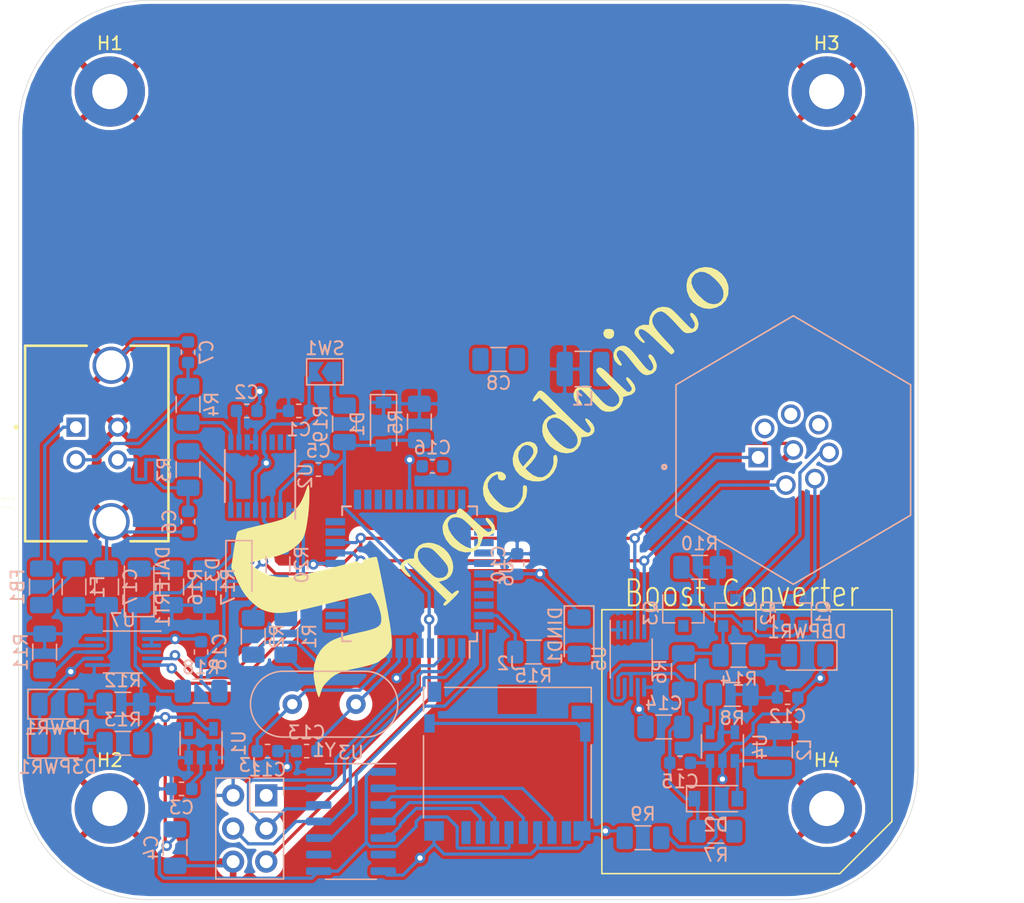
<source format=kicad_pcb>
(kicad_pcb (version 20171130) (host pcbnew 5.1.6+dfsg1-1)
  (layers (0 F.Cu signal) (31 B.Cu signal) (34 B.Paste user) (35 F.Paste user) (36 B.SilkS user) (37 F.SilkS user) (38 B.Mask user) (39 F.Mask user) (44 Edge.Cuts user))
  (net 0 "")
  (net 1 GND)
  (net 2 +5V)
  (net 3 "Net-(C2-Pad2)")
  (net 4 +3V0)
  (net 5 "Net-(C5-Pad2)")
  (net 6 ~reset)
  (net 7 "Net-(C8-Pad1)")
  (net 8 "Net-(C14-Pad1)")
  (net 9 "Net-(C16-Pad1)")
  (net 10 "Net-(C17-Pad1)")
  (net 11 "Net-(C18-Pad1)")
  (net 12 vusb)
  (net 13 "Net-(J2-Pad10)")
  (net 14 "Net-(J2-Pad1)")
  (net 15 "Net-(J2-Pad2)")
  (net 16 "Net-(J2-Pad3)")
  (net 17 "Net-(J2-Pad5)")
  (net 18 "Net-(J2-Pad7)")
  (net 19 "Net-(J2-Pad9)")
  (net 20 "Net-(J2-Pad8)")
  (net 21 spi_mosi)
  (net 22 spi_sck)
  (net 23 spi_miso)
  (net 24 "Net-(Q1-Pad1)")
  (net 25 VDDF)
  (net 26 rxd0)
  (net 27 txd0)
  (net 28 boost_en)
  (net 29 a0)
  (net 30 a1)
  (net 31 a7)
  (net 32 "Net-(R19-Pad1)")
  (net 33 13)
  (net 34 "Net-(U1-Pad4)")
  (net 35 "Net-(U2-Pad16)")
  (net 36 "Net-(U2-Pad15)")
  (net 37 "Net-(U2-Pad14)")
  (net 38 "Net-(U2-Pad7)")
  (net 39 "Net-(U2-Pad6)")
  (net 40 "Net-(U3-Pad9)")
  (net 41 "Net-(U3-Pad6)")
  (net 42 3)
  (net 43 2)
  (net 44 1)
  (net 45 0)
  (net 46 a2)
  (net 47 a3)
  (net 48 a4)
  (net 49 a5)
  (net 50 a6)
  (net 51 23)
  (net 52 22)
  (net 53 21)
  (net 54 20)
  (net 55 19)
  (net 56 18)
  (net 57 i2c_sda)
  (net 58 i2c_scl)
  (net 59 15)
  (net 60 14)
  (net 61 12)
  (net 62 11_txd1)
  (net 63 10_rxd1)
  (net 64 "Net-(C11-Pad1)")
  (net 65 "Net-(C13-Pad1)")
  (net 66 "Net-(C15-Pad2)")
  (net 67 "Net-(D2-Pad2)")
  (net 68 "Net-(D3PWR1-Pad2)")
  (net 69 "Net-(DALERT1-Pad2)")
  (net 70 current_trip_fast)
  (net 71 "Net-(DBPWR1-Pad2)")
  (net 72 "Net-(DIND1-Pad2)")
  (net 73 "Net-(DPWR1-Pad2)")
  (net 74 "Net-(R1-Pad2)")
  (net 75 "Net-(R2-Pad2)")
  (net 76 "Net-(R3-Pad1)")
  (net 77 "Net-(R4-Pad1)")
  (net 78 "Net-(U5-Pad3)")
  (net 79 d+)
  (net 80 d-)
  (net 81 4_sd_ss)
  (net 82 "Net-(D3-Pad2)")
  (net 83 "Net-(F1-Pad2)")
  (net 84 "Net-(JCIRCULAR1-Pad7)")
  (net 85 "Net-(JCIRCULAR1-Pad6)")
  (net 86 "Net-(JCIRCULAR1-Pad5)")
  (net 87 "Net-(JCIRCULAR1-Pad4)")
  (net 88 "Net-(JCIRCULAR1-Pad3)")
  (module Spaceduino:spaceduino-logo (layer F.Cu) (at 90.75 88.75 45)
    (fp_text reference LOGO1 hide)
    (fp_text value Logo_Open_Hardware_Small hide)
  )
  (module Spaceduino:AMPHENOL_M12A-08PFFP-SF8001 (layer B.Cu) (at 115.4375 90.5)
    (fp_text reference JCIRCULAR1 (at -1.025 11.235) (layer B.SilkS) (effects (font (thickness 0.015)) (justify mirror)))
    (fp_text value Conn_01x08)
    (pad 8 thru_hole circle (at 0 0) (size 1.508 1.508) (drill 1) (layers *.Cu *.Mask) (net 1 GND))
    (pad 7 thru_hole circle (at -2.19624 -1.65499) (size 1.508 1.508) (drill 1) (layers *.Cu *.Mask) (net 84 "Net-(JCIRCULAR1-Pad7)"))
    (pad 6 thru_hole circle (at -0.191828 -2.74329) (size 1.508 1.508) (drill 1) (layers *.Cu *.Mask) (net 85 "Net-(JCIRCULAR1-Pad6)"))
    (pad 5 thru_hole circle (at 1.94454 -1.94454) (size 1.508 1.508) (drill 1) (layers *.Cu *.Mask) (net 86 "Net-(JCIRCULAR1-Pad5)"))
    (pad 4 thru_hole circle (at 2.74329 0.191828) (size 1.508 1.508) (drill 1) (layers *.Cu *.Mask) (net 87 "Net-(JCIRCULAR1-Pad4)"))
    (pad 3 thru_hole circle (at 1.65498 2.19623) (size 1.508 1.508) (drill 1) (layers *.Cu *.Mask) (net 88 "Net-(JCIRCULAR1-Pad3)"))
    (pad 2 thru_hole circle (at -0.571753 2.68989) (size 1.508 1.508) (drill 1) (layers *.Cu *.Mask) (net 58 i2c_scl))
    (pad 1 thru_hole rect (at -2.68989 0.571753) (size 1.508 1.508) (drill 1) (layers *.Cu *.Mask) (net 57 i2c_sda))
  )
  (module Capacitor_SMD:C_1206_3216Metric (layer B.Cu) (at 62.75 101 90)
    (fp_text reference C17 (at 0 1.82 90) (layer B.SilkS) (effects (justify mirror)))
    (fp_text value 10uF)
    (pad 2 smd roundrect (at 1.4 0 90) (size 1.25 1.75) (layers B.Cu B.Paste B.Mask) (roundrect_rratio 0.2) (net 1 GND))
    (pad 1 smd roundrect (at -1.4 0 90) (size 1.25 1.75) (layers B.Cu B.Paste B.Mask) (roundrect_rratio 0.2) (net 10 "Net-(C17-Pad1)"))
  )
  (module LED_SMD:LED_1206_3216Metric (layer B.Cu) (at 65.25 101 90)
    (fp_text reference DALERT1 (at 0 1.82 90) (layer B.SilkS) (effects (justify mirror)))
    (fp_text value LED)
    (pad 2 smd roundrect (at 1.4 0 90) (size 1.25 1.75) (layers B.Cu B.Paste B.Mask) (roundrect_rratio 0.2) (net 69 "Net-(DALERT1-Pad2)"))
    (pad 1 smd roundrect (at -1.4 0 90) (size 1.25 1.75) (layers B.Cu B.Paste B.Mask) (roundrect_rratio 0.2) (net 70 current_trip_fast))
  )
  (module Resistor_SMD:R_1206_3216Metric (layer B.Cu) (at 67.75 101 90)
    (fp_text reference R16 (at 0 1.82 90) (layer B.SilkS) (effects (justify mirror)))
    (fp_text value 1.5k)
    (pad 2 smd roundrect (at 1.4 0 90) (size 1.25 1.75) (layers B.Cu B.Paste B.Mask) (roundrect_rratio 0.2) (net 69 "Net-(DALERT1-Pad2)"))
    (pad 1 smd roundrect (at -1.4 0 90) (size 1.25 1.75) (layers B.Cu B.Paste B.Mask) (roundrect_rratio 0.2) (net 2 +5V))
  )
  (module Inductor_SMD:L_1206_3216Metric (layer B.Cu) (at 57.75 101 270)
    (fp_text reference FB1 (at 0 1.82 90) (layer B.SilkS) (effects (justify mirror)))
    (fp_text value Ferrite_Bead)
    (pad 2 smd roundrect (at 1.4 0 270) (size 1.25 1.75) (layers B.Cu B.Paste B.Mask) (roundrect_rratio 0.2) (net 83 "Net-(F1-Pad2)"))
    (pad 1 smd roundrect (at -1.4 0 270) (size 1.25 1.75) (layers B.Cu B.Paste B.Mask) (roundrect_rratio 0.2) (net 12 vusb))
  )
  (module Resistor_SMD:R_1206_3216Metric (layer B.Cu) (at 75.9 99.3 90)
    (fp_text reference R20 (at 0 1.82 90) (layer B.SilkS) (effects (justify mirror)))
    (fp_text value 470)
    (pad 2 smd roundrect (at 1.4 0 90) (size 1.25 1.75) (layers B.Cu B.Paste B.Mask) (roundrect_rratio 0.2) (net 11 "Net-(C18-Pad1)"))
    (pad 1 smd roundrect (at -1.4 0 90) (size 1.25 1.75) (layers B.Cu B.Paste B.Mask) (roundrect_rratio 0.2) (net 82 "Net-(D3-Pad2)"))
  )
  (module Package_TO_SOT_SMD:SOT-23 (layer B.Cu) (at 107 103 270)
    (fp_text reference Q3 (at 0 2.5 90) (layer B.SilkS) (effects (justify mirror)))
    (fp_text value BC807)
    (pad 3 smd rect (at 1 0 270) (size 0.9 0.8) (layers B.Cu B.Paste B.Mask) (net 1 GND))
    (pad 2 smd rect (at -1 -0.95 270) (size 0.9 0.8) (layers B.Cu B.Paste B.Mask) (net 24 "Net-(Q1-Pad1)"))
    (pad 1 smd rect (at -1 0.95 270) (size 0.9 0.8) (layers B.Cu B.Paste B.Mask) (net 11 "Net-(C18-Pad1)"))
  )
  (module Diode_SMD:D_SOD-123 (layer B.Cu) (at 72.9 99.7 270)
    (fp_text reference D3 (at 0 2 270) (layer B.SilkS) (effects (justify mirror)))
    (fp_text value D)
    (pad 2 smd rect (at 1.65 0 270) (size 0.9 1.2) (layers B.Cu B.Paste B.Mask) (net 82 "Net-(D3-Pad2)"))
    (pad 1 smd rect (at -1.65 0 270) (size 0.9 1.2) (layers B.Cu B.Paste B.Mask) (net 70 current_trip_fast))
  )
  (module Capacitor_SMD:C_0603_1608Metric (layer B.Cu) (at 106.75 114.5)
    (fp_text reference C15 (at 0 1.43) (layer B.SilkS) (effects (justify mirror)))
    (fp_text value 1.5nF)
    (pad 2 smd roundrect (at 0.7875 0) (size 0.875 0.95) (layers B.Cu B.Paste B.Mask) (net 66 "Net-(C15-Pad2)"))
    (pad 1 smd roundrect (at -0.7875 0) (size 0.875 0.95) (layers B.Cu B.Paste B.Mask) (net 8 "Net-(C14-Pad1)"))
  )
  (module Jumper:SolderJumper-2_P1.3mm_Open_TrianglePad1.0x1.5mm (layer B.Cu) (at 79.5 84.5 180)
    (fp_text reference SW1 (at 0 1.8) (layer B.SilkS) (effects (justify mirror)))
    (fp_text value SW_SPST)
    (pad 1 smd custom (at -0.725 0 180) (size 0.3 0.3) (layers B.Cu B.Mask) (net 32 "Net-(R19-Pad1)") (options (clearance outline) (anchor rect)) (primitives (gr_poly (pts (xy -0.5 0.75) (xy 0.5 0.75) (xy 1 0) (xy 0.5 -0.75) (xy -0.5 -0.75)) (width 0))))
    (pad 2 smd custom (at 0.725 0 180) (size 0.3 0.3) (layers B.Cu B.Mask) (net 1 GND) (options (clearance outline) (anchor rect)) (primitives (gr_poly (pts (xy -0.65 0.75) (xy 0.5 0.75) (xy 0.5 -0.75) (xy -0.65 -0.75) (xy -0.15 0)) (width 0))))
  )
  (module Resistor_SMD:R_1206_3216Metric (layer B.Cu) (at 81 88.5 270)
    (fp_text reference R19 (at 0 1.82 270) (layer B.SilkS) (effects (justify mirror)))
    (fp_text value 470)
    (pad 2 smd roundrect (at 1.4 0 270) (size 1.25 1.75) (layers B.Cu B.Paste B.Mask) (roundrect_rratio 0.2) (net 6 ~reset))
    (pad 1 smd roundrect (at -1.4 0 270) (size 1.25 1.75) (layers B.Cu B.Paste B.Mask) (roundrect_rratio 0.2) (net 32 "Net-(R19-Pad1)"))
  )
  (module Package_SO:VSSOP-10_3x3mm_P0.5mm (layer B.Cu) (at 64 106 180)
    (fp_text reference U7 (at 0 2.45 180) (layer B.SilkS) (effects (justify mirror)))
    (fp_text value INA226)
    (pad 10 smd roundrect (at 2.2 1 180) (size 1.45 0.3) (layers B.Cu B.Paste B.Mask) (net 10 "Net-(C17-Pad1)"))
    (pad 9 smd roundrect (at 2.2 0.5 180) (size 1.45 0.3) (layers B.Cu B.Paste B.Mask) (net 2 +5V))
    (pad 8 smd roundrect (at 2.2 0 180) (size 1.45 0.3) (layers B.Cu B.Paste B.Mask) (net 10 "Net-(C17-Pad1)"))
    (pad 7 smd roundrect (at 2.2 -0.5 180) (size 1.45 0.3) (layers B.Cu B.Paste B.Mask) (net 1 GND))
    (pad 6 smd roundrect (at 2.2 -1 180) (size 1.45 0.3) (layers B.Cu B.Paste B.Mask) (net 2 +5V))
    (pad 5 smd roundrect (at -2.2 -1 180) (size 1.45 0.3) (layers B.Cu B.Paste B.Mask) (net 58 i2c_scl))
    (pad 4 smd roundrect (at -2.2 -0.5 180) (size 1.45 0.3) (layers B.Cu B.Paste B.Mask) (net 57 i2c_sda))
    (pad 3 smd roundrect (at -2.2 0 180) (size 1.45 0.3) (layers B.Cu B.Paste B.Mask) (net 70 current_trip_fast))
    (pad 2 smd roundrect (at -2.2 0.5 180) (size 1.45 0.3) (layers B.Cu B.Paste B.Mask) (net 1 GND))
    (pad 1 smd roundrect (at -2.2 1 180) (size 1.45 0.3) (layers B.Cu B.Paste B.Mask) (net 1 GND))
  )
  (module Package_SO:VSSOP-10_3x3mm_P0.5mm (layer B.Cu) (at 103 106.5 270)
    (fp_text reference U5 (at 0 2.45 90) (layer B.SilkS) (effects (justify mirror)))
    (fp_text value INA226)
    (pad 10 smd roundrect (at 2.2 1 270) (size 1.45 0.3) (layers B.Cu B.Paste B.Mask) (net 8 "Net-(C14-Pad1)"))
    (pad 9 smd roundrect (at 2.2 0.5 270) (size 1.45 0.3) (layers B.Cu B.Paste B.Mask) (net 25 VDDF))
    (pad 8 smd roundrect (at 2.2 0 270) (size 1.45 0.3) (layers B.Cu B.Paste B.Mask) (net 8 "Net-(C14-Pad1)"))
    (pad 7 smd roundrect (at 2.2 -0.5 270) (size 1.45 0.3) (layers B.Cu B.Paste B.Mask) (net 1 GND))
    (pad 6 smd roundrect (at 2.2 -1 270) (size 1.45 0.3) (layers B.Cu B.Paste B.Mask) (net 2 +5V))
    (pad 5 smd roundrect (at -2.2 -1 270) (size 1.45 0.3) (layers B.Cu B.Paste B.Mask) (net 58 i2c_scl))
    (pad 4 smd roundrect (at -2.2 -0.5 270) (size 1.45 0.3) (layers B.Cu B.Paste B.Mask) (net 57 i2c_sda))
    (pad 3 smd roundrect (at -2.2 0 270) (size 1.45 0.3) (layers B.Cu B.Paste B.Mask) (net 78 "Net-(U5-Pad3)"))
    (pad 2 smd roundrect (at -2.2 0.5 270) (size 1.45 0.3) (layers B.Cu B.Paste B.Mask) (net 2 +5V))
    (pad 1 smd roundrect (at -2.2 1 270) (size 1.45 0.3) (layers B.Cu B.Paste B.Mask) (net 2 +5V))
  )
  (module Resistor_SMD:R_1206_3216Metric (layer B.Cu) (at 70 109 180)
    (fp_text reference R18 (at 0 1.82) (layer B.SilkS) (effects (justify mirror)))
    (fp_text value 10k)
    (pad 2 smd roundrect (at 1.4 0 180) (size 1.25 1.75) (layers B.Cu B.Paste B.Mask) (roundrect_rratio 0.2) (net 70 current_trip_fast))
    (pad 1 smd roundrect (at -1.4 0 180) (size 1.25 1.75) (layers B.Cu B.Paste B.Mask) (roundrect_rratio 0.2) (net 11 "Net-(C18-Pad1)"))
  )
  (module Resistor_SMD:R_1206_3216Metric (layer B.Cu) (at 70.25 101 90)
    (fp_text reference R17 (at 0 1.82 90) (layer B.SilkS) (effects (justify mirror)))
    (fp_text value 10k)
    (pad 2 smd roundrect (at 1.4 0 90) (size 1.25 1.75) (layers B.Cu B.Paste B.Mask) (roundrect_rratio 0.2) (net 70 current_trip_fast))
    (pad 1 smd roundrect (at -1.4 0 90) (size 1.25 1.75) (layers B.Cu B.Paste B.Mask) (roundrect_rratio 0.2) (net 2 +5V))
  )
  (module Resistor_SMD:R_1206_3216Metric (layer B.Cu) (at 108.25 99.5 180)
    (fp_text reference R10 (at 0 1.82) (layer B.SilkS) (effects (justify mirror)))
    (fp_text value 10k)
    (pad 2 smd roundrect (at 1.4 0 180) (size 1.25 1.75) (layers B.Cu B.Paste B.Mask) (roundrect_rratio 0.2) (net 24 "Net-(Q1-Pad1)"))
    (pad 1 smd roundrect (at -1.4 0 180) (size 1.25 1.75) (layers B.Cu B.Paste B.Mask) (roundrect_rratio 0.2) (net 2 +5V))
  )
  (module Resistor_SMD:R_1206_3216Metric (layer B.Cu) (at 107 107.5 270)
    (fp_text reference R6 (at 0 1.82 90) (layer B.SilkS) (effects (justify mirror)))
    (fp_text value 50m)
    (pad 2 smd roundrect (at 1.4 0 270) (size 1.25 1.75) (layers B.Cu B.Paste B.Mask) (roundrect_rratio 0.2) (net 8 "Net-(C14-Pad1)"))
    (pad 1 smd roundrect (at -1.4 0 270) (size 1.25 1.75) (layers B.Cu B.Paste B.Mask) (roundrect_rratio 0.2) (net 25 VDDF))
  )
  (module Resistor_SMD:R_1206_3216Metric (layer B.Cu) (at 86.75 88.35 270)
    (fp_text reference R5 (at 0 1.82 90) (layer B.SilkS) (effects (justify mirror)))
    (fp_text value 10k)
    (pad 2 smd roundrect (at 1.4 0 270) (size 1.25 1.75) (layers B.Cu B.Paste B.Mask) (roundrect_rratio 0.2) (net 6 ~reset))
    (pad 1 smd roundrect (at -1.4 0 270) (size 1.25 1.75) (layers B.Cu B.Paste B.Mask) (roundrect_rratio 0.2) (net 2 +5V))
  )
  (module Diode_SMD:D_SOD-123 (layer B.Cu) (at 84 88.5 270)
    (fp_text reference D1 (at 0 2 90) (layer B.SilkS) (effects (justify mirror)))
    (fp_text value D)
    (pad 2 smd rect (at 1.65 0 270) (size 0.9 1.2) (layers B.Cu B.Paste B.Mask) (net 6 ~reset))
    (pad 1 smd rect (at -1.65 0 270) (size 0.9 1.2) (layers B.Cu B.Paste B.Mask) (net 2 +5V))
  )
  (module Capacitor_SMD:C_0603_1608Metric (layer B.Cu) (at 70 106 90)
    (fp_text reference C18 (at 0 1.43 90) (layer B.SilkS) (effects (justify mirror)))
    (fp_text value .1uF)
    (pad 2 smd roundrect (at 0.7875 0 90) (size 0.875 0.95) (layers B.Cu B.Paste B.Mask) (net 1 GND))
    (pad 1 smd roundrect (at -0.7875 0 90) (size 0.875 0.95) (layers B.Cu B.Paste B.Mask) (net 11 "Net-(C18-Pad1)"))
  )
  (module Spaceduino:usb-type-b (layer F.Cu) (at 62 90 90)
    (fp_text reference J1 (at -4.575 -6.815 90) (layer F.SilkS) (effects (font (thickness 0.015))))
    (fp_text value USB_B)
    (pad 5 thru_hole circle (at -6 1.1 90) (size 2.85 2.85) (drill 2.3) (layers *.Cu *.Mask) (net 1 GND))
    (pad 5 thru_hole circle (at 6 1.1 90) (size 2.85 2.85) (drill 2.3) (layers *.Cu *.Mask) (net 1 GND))
    (pad 4 thru_hole circle (at 1.25 1.6 90) (size 1.458 1.458) (drill 0.92) (layers *.Cu *.Mask) (net 1 GND))
    (pad 3 thru_hole circle (at -1.25 1.6 90) (size 1.458 1.458) (drill 0.92) (layers *.Cu *.Mask) (net 79 d+))
    (pad 2 thru_hole circle (at -1.25 -1.6 90) (size 1.458 1.458) (drill 0.92) (layers *.Cu *.Mask) (net 80 d-))
    (pad 1 thru_hole rect (at 1.25 -1.6 90) (size 1.458 1.458) (drill 0.92) (layers *.Cu *.Mask) (net 12 vusb))
  )
  (module MountingHole:MountingHole_2.7mm_Pad (layer F.Cu) (at 118 118)
    (fp_text reference H4 (at 0 -3.7) (layer F.SilkS))
    (fp_text value MountingHole_Pad)
    (pad 1 thru_hole circle (at 0 0) (size 5.4 5.4) (drill 2.7) (layers *.Cu *.Mask) (net 1 GND))
  )
  (module MountingHole:MountingHole_2.7mm_Pad (layer F.Cu) (at 118 63)
    (fp_text reference H3 (at 0 -3.7) (layer F.SilkS))
    (fp_text value MountingHole_Pad)
    (pad 1 thru_hole circle (at 0 0) (size 5.4 5.4) (drill 2.7) (layers *.Cu *.Mask) (net 1 GND))
  )
  (module MountingHole:MountingHole_2.7mm_Pad (layer F.Cu) (at 63 118)
    (fp_text reference H2 (at 0 -3.7) (layer F.SilkS))
    (fp_text value MountingHole_Pad)
    (pad 1 thru_hole circle (at 0 0) (size 5.4 5.4) (drill 2.7) (layers *.Cu *.Mask) (net 1 GND))
  )
  (module MountingHole:MountingHole_2.7mm_Pad (layer F.Cu) (at 63 63)
    (fp_text reference H1 (at 0 -3.7) (layer F.SilkS))
    (fp_text value MountingHole_Pad)
    (pad 1 thru_hole circle (at 0 0) (size 5.4 5.4) (drill 2.7) (layers *.Cu *.Mask) (net 1 GND))
  )
  (module Crystal:Crystal_HC49-U_Vertical (layer B.Cu) (at 77 110)
    (fp_text reference Y1 (at 2.44 3.525) (layer B.SilkS) (effects (justify mirror)))
    (fp_text value Crystal)
    (pad 2 thru_hole circle (at 4.88 0) (size 1.5 1.5) (drill 0.8) (layers *.Cu *.Mask) (net 65 "Net-(C13-Pad1)"))
    (pad 1 thru_hole circle (at 0 0) (size 1.5 1.5) (drill 0.8) (layers *.Cu *.Mask) (net 64 "Net-(C11-Pad1)"))
  )
  (module Package_QFP:TQFP-44_10x10mm_P0.8mm (layer B.Cu) (at 86 100 90)
    (fp_text reference U6 (at 0 7.45 90) (layer B.SilkS) (effects (justify mirror)))
    (fp_text value ATmega1284P-AU)
    (pad 44 smd rect (at -4 5.7) (size 1.5 0.55) (layers B.Cu B.Paste B.Mask) (net 81 4_sd_ss))
    (pad 43 smd rect (at -3.2 5.7) (size 1.5 0.55) (layers B.Cu B.Paste B.Mask) (net 42 3))
    (pad 42 smd rect (at -2.4 5.7) (size 1.5 0.55) (layers B.Cu B.Paste B.Mask) (net 43 2))
    (pad 41 smd rect (at -1.6 5.7) (size 1.5 0.55) (layers B.Cu B.Paste B.Mask) (net 44 1))
    (pad 40 smd rect (at -0.8 5.7) (size 1.5 0.55) (layers B.Cu B.Paste B.Mask) (net 45 0))
    (pad 39 smd rect (at 0 5.7) (size 1.5 0.55) (layers B.Cu B.Paste B.Mask) (net 1 GND))
    (pad 38 smd rect (at 0.8 5.7) (size 1.5 0.55) (layers B.Cu B.Paste B.Mask) (net 2 +5V))
    (pad 37 smd rect (at 1.6 5.7) (size 1.5 0.55) (layers B.Cu B.Paste B.Mask) (net 29 a0))
    (pad 36 smd rect (at 2.4 5.7) (size 1.5 0.55) (layers B.Cu B.Paste B.Mask) (net 30 a1))
    (pad 35 smd rect (at 3.2 5.7) (size 1.5 0.55) (layers B.Cu B.Paste B.Mask) (net 46 a2))
    (pad 34 smd rect (at 4 5.7) (size 1.5 0.55) (layers B.Cu B.Paste B.Mask) (net 47 a3))
    (pad 33 smd rect (at 5.7 4 90) (size 1.5 0.55) (layers B.Cu B.Paste B.Mask) (net 48 a4))
    (pad 32 smd rect (at 5.7 3.2 90) (size 1.5 0.55) (layers B.Cu B.Paste B.Mask) (net 49 a5))
    (pad 31 smd rect (at 5.7 2.4 90) (size 1.5 0.55) (layers B.Cu B.Paste B.Mask) (net 50 a6))
    (pad 30 smd rect (at 5.7 1.6 90) (size 1.5 0.55) (layers B.Cu B.Paste B.Mask) (net 31 a7))
    (pad 29 smd rect (at 5.7 0.8 90) (size 1.5 0.55) (layers B.Cu B.Paste B.Mask) (net 9 "Net-(C16-Pad1)"))
    (pad 28 smd rect (at 5.7 0 90) (size 1.5 0.55) (layers B.Cu B.Paste B.Mask) (net 1 GND))
    (pad 27 smd rect (at 5.7 -0.8 90) (size 1.5 0.55) (layers B.Cu B.Paste B.Mask) (net 7 "Net-(C8-Pad1)"))
    (pad 26 smd rect (at 5.7 -1.6 90) (size 1.5 0.55) (layers B.Cu B.Paste B.Mask) (net 51 23))
    (pad 25 smd rect (at 5.7 -2.4 90) (size 1.5 0.55) (layers B.Cu B.Paste B.Mask) (net 52 22))
    (pad 24 smd rect (at 5.7 -3.2 90) (size 1.5 0.55) (layers B.Cu B.Paste B.Mask) (net 53 21))
    (pad 23 smd rect (at 5.7 -4 90) (size 1.5 0.55) (layers B.Cu B.Paste B.Mask) (net 54 20))
    (pad 22 smd rect (at 4 -5.7) (size 1.5 0.55) (layers B.Cu B.Paste B.Mask) (net 55 19))
    (pad 21 smd rect (at 3.2 -5.7) (size 1.5 0.55) (layers B.Cu B.Paste B.Mask) (net 56 18))
    (pad 20 smd rect (at 2.4 -5.7) (size 1.5 0.55) (layers B.Cu B.Paste B.Mask) (net 57 i2c_sda))
    (pad 19 smd rect (at 1.6 -5.7) (size 1.5 0.55) (layers B.Cu B.Paste B.Mask) (net 58 i2c_scl))
    (pad 18 smd rect (at 0.8 -5.7) (size 1.5 0.55) (layers B.Cu B.Paste B.Mask) (net 1 GND))
    (pad 17 smd rect (at 0 -5.7) (size 1.5 0.55) (layers B.Cu B.Paste B.Mask) (net 2 +5V))
    (pad 16 smd rect (at -0.8 -5.7) (size 1.5 0.55) (layers B.Cu B.Paste B.Mask) (net 59 15))
    (pad 15 smd rect (at -1.6 -5.7) (size 1.5 0.55) (layers B.Cu B.Paste B.Mask) (net 60 14))
    (pad 14 smd rect (at -2.4 -5.7) (size 1.5 0.55) (layers B.Cu B.Paste B.Mask) (net 33 13))
    (pad 13 smd rect (at -3.2 -5.7) (size 1.5 0.55) (layers B.Cu B.Paste B.Mask) (net 61 12))
    (pad 12 smd rect (at -4 -5.7) (size 1.5 0.55) (layers B.Cu B.Paste B.Mask) (net 62 11_txd1))
    (pad 11 smd rect (at -5.7 -4 90) (size 1.5 0.55) (layers B.Cu B.Paste B.Mask) (net 63 10_rxd1))
    (pad 10 smd rect (at -5.7 -3.2 90) (size 1.5 0.55) (layers B.Cu B.Paste B.Mask) (net 27 txd0))
    (pad 9 smd rect (at -5.7 -2.4 90) (size 1.5 0.55) (layers B.Cu B.Paste B.Mask) (net 26 rxd0))
    (pad 8 smd rect (at -5.7 -1.6 90) (size 1.5 0.55) (layers B.Cu B.Paste B.Mask) (net 64 "Net-(C11-Pad1)"))
    (pad 7 smd rect (at -5.7 -0.8 90) (size 1.5 0.55) (layers B.Cu B.Paste B.Mask) (net 65 "Net-(C13-Pad1)"))
    (pad 6 smd rect (at -5.7 0 90) (size 1.5 0.55) (layers B.Cu B.Paste B.Mask) (net 1 GND))
    (pad 5 smd rect (at -5.7 0.8 90) (size 1.5 0.55) (layers B.Cu B.Paste B.Mask) (net 2 +5V))
    (pad 4 smd rect (at -5.7 1.6 90) (size 1.5 0.55) (layers B.Cu B.Paste B.Mask) (net 6 ~reset))
    (pad 3 smd rect (at -5.7 2.4 90) (size 1.5 0.55) (layers B.Cu B.Paste B.Mask) (net 22 spi_sck))
    (pad 2 smd rect (at -5.7 3.2 90) (size 1.5 0.55) (layers B.Cu B.Paste B.Mask) (net 23 spi_miso))
    (pad 1 smd rect (at -5.7 4 90) (size 1.5 0.55) (layers B.Cu B.Paste B.Mask) (net 21 spi_mosi))
  )
  (module Package_TO_SOT_SMD:SOT-23-5 (layer B.Cu) (at 110 113.25 90)
    (fp_text reference U4 (at 0 2.9 90) (layer B.SilkS) (effects (justify mirror)))
    (fp_text value LM27313XMF)
    (pad 5 smd rect (at 1.1 0.95 90) (size 1.06 0.65) (layers B.Cu B.Paste B.Mask) (net 2 +5V))
    (pad 4 smd rect (at 1.1 -0.95 90) (size 1.06 0.65) (layers B.Cu B.Paste B.Mask) (net 28 boost_en))
    (pad 3 smd rect (at -1.1 -0.95 90) (size 1.06 0.65) (layers B.Cu B.Paste B.Mask) (net 66 "Net-(C15-Pad2)"))
    (pad 2 smd rect (at -1.1 0 90) (size 1.06 0.65) (layers B.Cu B.Paste B.Mask) (net 1 GND))
    (pad 1 smd rect (at -1.1 0.95 90) (size 1.06 0.65) (layers B.Cu B.Paste B.Mask) (net 67 "Net-(D2-Pad2)"))
  )
  (module Package_SO:SOIC-14_3.9x8.7mm_P1.27mm (layer B.Cu) (at 81.5 119 180)
    (fp_text reference U3 (at 0 5.28) (layer B.SilkS) (effects (justify mirror)))
    (fp_text value TXB0104D)
    (pad 14 smd roundrect (at 2.475 3.81 180) (size 1.95 0.6) (layers B.Cu B.Paste B.Mask) (net 2 +5V))
    (pad 13 smd roundrect (at 2.475 2.54 180) (size 1.95 0.6) (layers B.Cu B.Paste B.Mask) (net 23 spi_miso))
    (pad 12 smd roundrect (at 2.475 1.27 180) (size 1.95 0.6) (layers B.Cu B.Paste B.Mask) (net 22 spi_sck))
    (pad 11 smd roundrect (at 2.475 0 180) (size 1.95 0.6) (layers B.Cu B.Paste B.Mask) (net 21 spi_mosi))
    (pad 10 smd roundrect (at 2.475 -1.27 180) (size 1.95 0.6) (layers B.Cu B.Paste B.Mask) (net 81 4_sd_ss))
    (pad 9 smd roundrect (at 2.475 -2.54 180) (size 1.95 0.6) (layers B.Cu B.Paste B.Mask) (net 40 "Net-(U3-Pad9)"))
    (pad 8 smd roundrect (at 2.475 -3.81 180) (size 1.95 0.6) (layers B.Cu B.Paste B.Mask) (net 4 +3V0))
    (pad 7 smd roundrect (at -2.475 -3.81 180) (size 1.95 0.6) (layers B.Cu B.Paste B.Mask) (net 1 GND))
    (pad 6 smd roundrect (at -2.475 -2.54 180) (size 1.95 0.6) (layers B.Cu B.Paste B.Mask) (net 41 "Net-(U3-Pad6)"))
    (pad 5 smd roundrect (at -2.475 -1.27 180) (size 1.95 0.6) (layers B.Cu B.Paste B.Mask) (net 15 "Net-(J2-Pad2)"))
    (pad 4 smd roundrect (at -2.475 0 180) (size 1.95 0.6) (layers B.Cu B.Paste B.Mask) (net 16 "Net-(J2-Pad3)"))
    (pad 3 smd roundrect (at -2.475 1.27 180) (size 1.95 0.6) (layers B.Cu B.Paste B.Mask) (net 17 "Net-(J2-Pad5)"))
    (pad 2 smd roundrect (at -2.475 2.54 180) (size 1.95 0.6) (layers B.Cu B.Paste B.Mask) (net 18 "Net-(J2-Pad7)"))
    (pad 1 smd roundrect (at -2.475 3.81 180) (size 1.95 0.6) (layers B.Cu B.Paste B.Mask) (net 4 +3V0))
  )
  (module Package_SO:SSOP-16_3.9x4.9mm_P0.635mm (layer B.Cu) (at 74.5 92.5 90)
    (fp_text reference U2 (at 0 3.5 90) (layer B.SilkS) (effects (justify mirror)))
    (fp_text value FT230XS)
    (pad 16 smd rect (at 2.6 2.2225 90) (size 1.2 0.4) (layers B.Cu B.Paste B.Mask) (net 35 "Net-(U2-Pad16)"))
    (pad 15 smd rect (at 2.6 1.5875 90) (size 1.2 0.4) (layers B.Cu B.Paste B.Mask) (net 36 "Net-(U2-Pad15)"))
    (pad 14 smd rect (at 2.6 0.9525 90) (size 1.2 0.4) (layers B.Cu B.Paste B.Mask) (net 37 "Net-(U2-Pad14)"))
    (pad 13 smd rect (at 2.6 0.3175 90) (size 1.2 0.4) (layers B.Cu B.Paste B.Mask) (net 1 GND))
    (pad 12 smd rect (at 2.6 -0.3175 90) (size 1.2 0.4) (layers B.Cu B.Paste B.Mask) (net 2 +5V))
    (pad 11 smd rect (at 2.6 -0.9525 90) (size 1.2 0.4) (layers B.Cu B.Paste B.Mask) (net 2 +5V))
    (pad 10 smd rect (at 2.6 -1.5875 90) (size 1.2 0.4) (layers B.Cu B.Paste B.Mask) (net 3 "Net-(C2-Pad2)"))
    (pad 9 smd rect (at 2.6 -2.2225 90) (size 1.2 0.4) (layers B.Cu B.Paste B.Mask) (net 77 "Net-(R4-Pad1)"))
    (pad 8 smd rect (at -2.6 -2.2225 90) (size 1.2 0.4) (layers B.Cu B.Paste B.Mask) (net 76 "Net-(R3-Pad1)"))
    (pad 7 smd rect (at -2.6 -1.5875 90) (size 1.2 0.4) (layers B.Cu B.Paste B.Mask) (net 38 "Net-(U2-Pad7)"))
    (pad 6 smd rect (at -2.6 -0.9525 90) (size 1.2 0.4) (layers B.Cu B.Paste B.Mask) (net 39 "Net-(U2-Pad6)"))
    (pad 5 smd rect (at -2.6 -0.3175 90) (size 1.2 0.4) (layers B.Cu B.Paste B.Mask) (net 1 GND))
    (pad 4 smd rect (at -2.6 0.3175 90) (size 1.2 0.4) (layers B.Cu B.Paste B.Mask) (net 75 "Net-(R2-Pad2)"))
    (pad 3 smd rect (at -2.6 0.9525 90) (size 1.2 0.4) (layers B.Cu B.Paste B.Mask) (net 2 +5V))
    (pad 2 smd rect (at -2.6 1.5875 90) (size 1.2 0.4) (layers B.Cu B.Paste B.Mask) (net 5 "Net-(C5-Pad2)"))
    (pad 1 smd rect (at -2.6 2.2225 90) (size 1.2 0.4) (layers B.Cu B.Paste B.Mask) (net 74 "Net-(R1-Pad2)"))
  )
  (module Package_TO_SOT_SMD:SOT-23-5 (layer B.Cu) (at 70 113 90)
    (fp_text reference U1 (at 0 2.9 90) (layer B.SilkS) (effects (justify mirror)))
    (fp_text value TLV70030_SOT23-5)
    (pad 5 smd rect (at 1.1 0.95 90) (size 1.06 0.65) (layers B.Cu B.Paste B.Mask) (net 4 +3V0))
    (pad 4 smd rect (at 1.1 -0.95 90) (size 1.06 0.65) (layers B.Cu B.Paste B.Mask) (net 34 "Net-(U1-Pad4)"))
    (pad 3 smd rect (at -1.1 -0.95 90) (size 1.06 0.65) (layers B.Cu B.Paste B.Mask) (net 2 +5V))
    (pad 2 smd rect (at -1.1 0 90) (size 1.06 0.65) (layers B.Cu B.Paste B.Mask) (net 1 GND))
    (pad 1 smd rect (at -1.1 0.95 90) (size 1.06 0.65) (layers B.Cu B.Paste B.Mask) (net 2 +5V))
  )
  (module Resistor_SMD:R_1206_3216Metric (layer B.Cu) (at 95.5 106)
    (fp_text reference R15 (at 0 1.82) (layer B.SilkS) (effects (justify mirror)))
    (fp_text value 1.5k)
    (pad 2 smd roundrect (at 1.4 0) (size 1.25 1.75) (layers B.Cu B.Paste B.Mask) (roundrect_rratio 0.2) (net 72 "Net-(DIND1-Pad2)"))
    (pad 1 smd roundrect (at -1.4 0) (size 1.25 1.75) (layers B.Cu B.Paste B.Mask) (roundrect_rratio 0.2) (net 42 3))
  )
  (module Resistor_SMD:R_1206_3216Metric (layer B.Cu) (at 111.25 106.25)
    (fp_text reference R14 (at 0 1.82) (layer B.SilkS) (effects (justify mirror)))
    (fp_text value 5.6k)
    (pad 2 smd roundrect (at 1.4 0) (size 1.25 1.75) (layers B.Cu B.Paste B.Mask) (roundrect_rratio 0.2) (net 71 "Net-(DBPWR1-Pad2)"))
    (pad 1 smd roundrect (at -1.4 0) (size 1.25 1.75) (layers B.Cu B.Paste B.Mask) (roundrect_rratio 0.2) (net 25 VDDF))
  )
  (module Resistor_SMD:R_1206_3216Metric (layer B.Cu) (at 64 113 180)
    (fp_text reference R13 (at 0 1.82) (layer B.SilkS) (effects (justify mirror)))
    (fp_text value 470)
    (pad 2 smd roundrect (at 1.4 0 180) (size 1.25 1.75) (layers B.Cu B.Paste B.Mask) (roundrect_rratio 0.2) (net 68 "Net-(D3PWR1-Pad2)"))
    (pad 1 smd roundrect (at -1.4 0 180) (size 1.25 1.75) (layers B.Cu B.Paste B.Mask) (roundrect_rratio 0.2) (net 4 +3V0))
  )
  (module Resistor_SMD:R_1206_3216Metric (layer B.Cu) (at 64 110 180)
    (fp_text reference R12 (at 0 1.82) (layer B.SilkS) (effects (justify mirror)))
    (fp_text value 1.5k)
    (pad 2 smd roundrect (at 1.4 0 180) (size 1.25 1.75) (layers B.Cu B.Paste B.Mask) (roundrect_rratio 0.2) (net 73 "Net-(DPWR1-Pad2)"))
    (pad 1 smd roundrect (at -1.4 0 180) (size 1.25 1.75) (layers B.Cu B.Paste B.Mask) (roundrect_rratio 0.2) (net 2 +5V))
  )
  (module Resistor_SMD:R_1206_3216Metric (layer B.Cu) (at 58 106 270)
    (fp_text reference R11 (at 0 1.82 270) (layer B.SilkS) (effects (justify mirror)))
    (fp_text value 50m)
    (pad 2 smd roundrect (at 1.4 0 270) (size 1.25 1.75) (layers B.Cu B.Paste B.Mask) (roundrect_rratio 0.2) (net 10 "Net-(C17-Pad1)"))
    (pad 1 smd roundrect (at -1.4 0 270) (size 1.25 1.75) (layers B.Cu B.Paste B.Mask) (roundrect_rratio 0.2) (net 2 +5V))
  )
  (module Resistor_SMD:R_1206_3216Metric (layer B.Cu) (at 103.9 120.25 180)
    (fp_text reference R9 (at 0 1.82) (layer B.SilkS) (effects (justify mirror)))
    (fp_text value 1.5k)
    (pad 2 smd roundrect (at 1.4 0 180) (size 1.25 1.75) (layers B.Cu B.Paste B.Mask) (roundrect_rratio 0.2) (net 1 GND))
    (pad 1 smd roundrect (at -1.4 0 180) (size 1.25 1.75) (layers B.Cu B.Paste B.Mask) (roundrect_rratio 0.2) (net 66 "Net-(C15-Pad2)"))
  )
  (module Resistor_SMD:R_1206_3216Metric (layer B.Cu) (at 110.75 109.25)
    (fp_text reference R8 (at 0 1.82) (layer B.SilkS) (effects (justify mirror)))
    (fp_text value 13k)
    (pad 2 smd roundrect (at 1.4 0) (size 1.25 1.75) (layers B.Cu B.Paste B.Mask) (roundrect_rratio 0.2) (net 2 +5V))
    (pad 1 smd roundrect (at -1.4 0) (size 1.25 1.75) (layers B.Cu B.Paste B.Mask) (roundrect_rratio 0.2) (net 28 boost_en))
  )
  (module Resistor_SMD:R_1206_3216Metric (layer B.Cu) (at 109.5 119.75)
    (fp_text reference R7 (at 0 1.82) (layer B.SilkS) (effects (justify mirror)))
    (fp_text value 13k)
    (pad 2 smd roundrect (at 1.4 0) (size 1.25 1.75) (layers B.Cu B.Paste B.Mask) (roundrect_rratio 0.2) (net 66 "Net-(C15-Pad2)"))
    (pad 1 smd roundrect (at -1.4 0) (size 1.25 1.75) (layers B.Cu B.Paste B.Mask) (roundrect_rratio 0.2) (net 8 "Net-(C14-Pad1)"))
  )
  (module Resistor_SMD:R_1206_3216Metric (layer B.Cu) (at 74 104.8 90)
    (fp_text reference R2 (at 0 1.82 90) (layer B.SilkS) (effects (justify mirror)))
    (fp_text value 1k)
    (pad 2 smd roundrect (at 1.4 0 90) (size 1.25 1.75) (layers B.Cu B.Paste B.Mask) (roundrect_rratio 0.2) (net 75 "Net-(R2-Pad2)"))
    (pad 1 smd roundrect (at -1.4 0 90) (size 1.25 1.75) (layers B.Cu B.Paste B.Mask) (roundrect_rratio 0.2) (net 27 txd0))
  )
  (module Resistor_SMD:R_1206_3216Metric (layer B.Cu) (at 76.5 104.8 90)
    (fp_text reference R1 (at 0 1.82 90) (layer B.SilkS) (effects (justify mirror)))
    (fp_text value 1k)
    (pad 2 smd roundrect (at 1.4 0 90) (size 1.25 1.75) (layers B.Cu B.Paste B.Mask) (roundrect_rratio 0.2) (net 74 "Net-(R1-Pad2)"))
    (pad 1 smd roundrect (at -1.4 0 90) (size 1.25 1.75) (layers B.Cu B.Paste B.Mask) (roundrect_rratio 0.2) (net 26 rxd0))
  )
  (module Resistor_SMD:R_1206_3216Metric (layer B.Cu) (at 69 87 90)
    (fp_text reference R4 (at 0 1.82 90) (layer B.SilkS) (effects (justify mirror)))
    (fp_text value 27)
    (pad 2 smd roundrect (at 1.4 0 90) (size 1.25 1.75) (layers B.Cu B.Paste B.Mask) (roundrect_rratio 0.2) (net 80 d-))
    (pad 1 smd roundrect (at -1.4 0 90) (size 1.25 1.75) (layers B.Cu B.Paste B.Mask) (roundrect_rratio 0.2) (net 77 "Net-(R4-Pad1)"))
  )
  (module Resistor_SMD:R_1206_3216Metric (layer B.Cu) (at 69 92 270)
    (fp_text reference R3 (at 0 1.82 270) (layer B.SilkS) (effects (justify mirror)))
    (fp_text value 27)
    (pad 2 smd roundrect (at 1.4 0 270) (size 1.25 1.75) (layers B.Cu B.Paste B.Mask) (roundrect_rratio 0.2) (net 79 d+))
    (pad 1 smd roundrect (at -1.4 0 270) (size 1.25 1.75) (layers B.Cu B.Paste B.Mask) (roundrect_rratio 0.2) (net 76 "Net-(R3-Pad1)"))
  )
  (module Package_TO_SOT_SMD:SOT-23 (layer B.Cu) (at 111 103 90)
    (fp_text reference Q2 (at 0 2.5 90) (layer B.SilkS) (effects (justify mirror)))
    (fp_text value BSS84)
    (pad 3 smd rect (at 1 0 90) (size 0.9 0.8) (layers B.Cu B.Paste B.Mask) (net 87 "Net-(JCIRCULAR1-Pad4)"))
    (pad 2 smd rect (at -1 -0.95 90) (size 0.9 0.8) (layers B.Cu B.Paste B.Mask) (net 25 VDDF))
    (pad 1 smd rect (at -1 0.95 90) (size 0.9 0.8) (layers B.Cu B.Paste B.Mask) (net 24 "Net-(Q1-Pad1)"))
  )
  (module Package_TO_SOT_SMD:SOT-23 (layer B.Cu) (at 115.25 103 90)
    (fp_text reference Q1 (at 0 2.5 90) (layer B.SilkS) (effects (justify mirror)))
    (fp_text value BSS84)
    (pad 3 smd rect (at 1 0 90) (size 0.9 0.8) (layers B.Cu B.Paste B.Mask) (net 88 "Net-(JCIRCULAR1-Pad3)"))
    (pad 2 smd rect (at -1 -0.95 90) (size 0.9 0.8) (layers B.Cu B.Paste B.Mask) (net 2 +5V))
    (pad 1 smd rect (at -1 0.95 90) (size 0.9 0.8) (layers B.Cu B.Paste B.Mask) (net 24 "Net-(Q1-Pad1)"))
  )
  (module Inductor_SMD:L_1210_3225Metric (layer B.Cu) (at 114 113.5 90)
    (fp_text reference L2 (at 0 2.28 90) (layer B.SilkS) (effects (justify mirror)))
    (fp_text value L)
    (pad 2 smd roundrect (at 1.4 0 90) (size 1.25 2.65) (layers B.Cu B.Paste B.Mask) (roundrect_rratio 0.2) (net 2 +5V))
    (pad 1 smd roundrect (at -1.4 0 90) (size 1.25 2.65) (layers B.Cu B.Paste B.Mask) (roundrect_rratio 0.2) (net 67 "Net-(D2-Pad2)"))
  )
  (module Inductor_SMD:L_1210_3225Metric (layer B.Cu) (at 99.3 84.29)
    (fp_text reference L1 (at 0 2.28) (layer B.SilkS) (effects (justify mirror)))
    (fp_text value L)
    (pad 2 smd roundrect (at 1.4 0) (size 1.25 2.65) (layers B.Cu B.Paste B.Mask) (roundrect_rratio 0.2) (net 7 "Net-(C8-Pad1)"))
    (pad 1 smd roundrect (at -1.4 0) (size 1.25 2.65) (layers B.Cu B.Paste B.Mask) (roundrect_rratio 0.2) (net 2 +5V))
  )
  (module Connector_PinHeader_2.54mm:PinHeader_2x03_P2.54mm_Vertical (layer B.Cu) (at 75 117 180)
    (fp_text reference J3 (at 1.27 2.33) (layer B.SilkS) (effects (justify mirror)))
    (fp_text value JICSP)
    (pad 6 thru_hole oval (at 2.54 -5.08 180) (size 1.7 1.7) (drill 1) (layers *.Cu *.Mask) (net 1 GND))
    (pad 5 thru_hole oval (at 0 -5.08 180) (size 1.7 1.7) (drill 1) (layers *.Cu *.Mask) (net 6 ~reset))
    (pad 4 thru_hole oval (at 2.54 -2.54 180) (size 1.7 1.7) (drill 1) (layers *.Cu *.Mask) (net 21 spi_mosi))
    (pad 3 thru_hole oval (at 0 -2.54 180) (size 1.7 1.7) (drill 1) (layers *.Cu *.Mask) (net 22 spi_sck))
    (pad 2 thru_hole oval (at 2.54 0 180) (size 1.7 1.7) (drill 1) (layers *.Cu *.Mask) (net 2 +5V))
    (pad 1 thru_hole rect (at 0 0 180) (size 1.7 1.7) (drill 1) (layers *.Cu *.Mask) (net 23 spi_miso))
  )
  (module Connector_Card:microSD_HC_Hirose_DM3D-SF (layer B.Cu) (at 93.5 114.5 180)
    (fp_text reference J2 (at -0.025 7.625) (layer B.SilkS) (effects (justify mirror)))
    (fp_text value Micro_SD_Card_Det)
    (pad 10 smd rect (at 5.575 5.45 180) (size 1 1.55) (layers B.Cu B.Paste B.Mask) (net 13 "Net-(J2-Pad10)"))
    (pad 11 smd rect (at 5.625 -5.225 180) (size 1.5 1.5) (layers B.Cu B.Paste B.Mask) (net 1 GND))
    (pad 1 smd rect (at 3.175 -5.35 180) (size 0.7 1.75) (layers B.Cu B.Paste B.Mask) (net 14 "Net-(J2-Pad1)"))
    (pad 2 smd rect (at 2.075 -5.35 180) (size 0.7 1.75) (layers B.Cu B.Paste B.Mask) (net 15 "Net-(J2-Pad2)"))
    (pad 3 smd rect (at 0.975 -5.35 180) (size 0.7 1.75) (layers B.Cu B.Paste B.Mask) (net 16 "Net-(J2-Pad3)"))
    (pad 4 smd rect (at -0.125 -5.35 180) (size 0.7 1.75) (layers B.Cu B.Paste B.Mask) (net 4 +3V0))
    (pad 5 smd rect (at -1.225 -5.35 180) (size 0.7 1.75) (layers B.Cu B.Paste B.Mask) (net 17 "Net-(J2-Pad5)"))
    (pad 6 smd rect (at -2.325 -5.35 180) (size 0.7 1.75) (layers B.Cu B.Paste B.Mask) (net 1 GND))
    (pad 7 smd rect (at -3.425 -5.35 180) (size 0.7 1.75) (layers B.Cu B.Paste B.Mask) (net 18 "Net-(J2-Pad7)"))
    (pad 11 smd rect (at 5.975 3.025 180) (size 0.8 1.4) (layers B.Cu B.Paste B.Mask) (net 1 GND))
    (pad 9 smd rect (at -5.65 3.875 180) (size 1.45 1) (layers B.Cu B.Paste B.Mask) (net 19 "Net-(J2-Pad9)"))
    (pad 11 smd rect (at -5.975 2.375 180) (size 0.8 1.5) (layers B.Cu B.Paste B.Mask) (net 1 GND))
    (pad 11 smd rect (at -5.725 -5.225 180) (size 1.3 1.5) (layers B.Cu B.Paste B.Mask) (net 1 GND))
    (pad 8 smd rect (at -4.525 -5.35 180) (size 0.7 1.75) (layers B.Cu B.Paste B.Mask) (net 20 "Net-(J2-Pad8)"))
  )
  (module Fuse:Fuse_1206_3216Metric (layer B.Cu) (at 60.25 101 90)
    (fp_text reference F1 (at 0 1.82 270) (layer B.SilkS) (effects (justify mirror)))
    (fp_text value 1A)
    (pad 2 smd roundrect (at 1.4 0 90) (size 1.25 1.75) (layers B.Cu B.Paste B.Mask) (roundrect_rratio 0.2) (net 83 "Net-(F1-Pad2)"))
    (pad 1 smd roundrect (at -1.4 0 90) (size 1.25 1.75) (layers B.Cu B.Paste B.Mask) (roundrect_rratio 0.2) (net 10 "Net-(C17-Pad1)"))
  )
  (module LED_SMD:LED_1206_3216Metric (layer B.Cu) (at 99 104.75 270)
    (fp_text reference DIND1 (at 0 1.82 90) (layer B.SilkS) (effects (justify mirror)))
    (fp_text value LED)
    (pad 2 smd roundrect (at 1.4 0 270) (size 1.25 1.75) (layers B.Cu B.Paste B.Mask) (roundrect_rratio 0.2) (net 72 "Net-(DIND1-Pad2)"))
    (pad 1 smd roundrect (at -1.4 0 270) (size 1.25 1.75) (layers B.Cu B.Paste B.Mask) (roundrect_rratio 0.2) (net 1 GND))
  )
  (module LED_SMD:LED_1206_3216Metric (layer B.Cu) (at 116.5 106.25 180)
    (fp_text reference DBPWR1 (at 0 1.82) (layer B.SilkS) (effects (justify mirror)))
    (fp_text value LED)
    (pad 2 smd roundrect (at 1.4 0 180) (size 1.25 1.75) (layers B.Cu B.Paste B.Mask) (roundrect_rratio 0.2) (net 71 "Net-(DBPWR1-Pad2)"))
    (pad 1 smd roundrect (at -1.4 0 180) (size 1.25 1.75) (layers B.Cu B.Paste B.Mask) (roundrect_rratio 0.2) (net 1 GND))
  )
  (module LED_SMD:LED_1206_3216Metric (layer B.Cu) (at 59 113)
    (fp_text reference D3PWR1 (at 0 1.82 180) (layer B.SilkS) (effects (justify mirror)))
    (fp_text value LED)
    (pad 2 smd roundrect (at 1.4 0) (size 1.25 1.75) (layers B.Cu B.Paste B.Mask) (roundrect_rratio 0.2) (net 68 "Net-(D3PWR1-Pad2)"))
    (pad 1 smd roundrect (at -1.4 0) (size 1.25 1.75) (layers B.Cu B.Paste B.Mask) (roundrect_rratio 0.2) (net 1 GND))
  )
  (module LED_SMD:LED_1206_3216Metric (layer B.Cu) (at 59 110)
    (fp_text reference DPWR1 (at 0 1.82 180) (layer B.SilkS) (effects (justify mirror)))
    (fp_text value LED)
    (pad 2 smd roundrect (at 1.4 0) (size 1.25 1.75) (layers B.Cu B.Paste B.Mask) (roundrect_rratio 0.2) (net 73 "Net-(DPWR1-Pad2)"))
    (pad 1 smd roundrect (at -1.4 0) (size 1.25 1.75) (layers B.Cu B.Paste B.Mask) (roundrect_rratio 0.2) (net 1 GND))
  )
  (module Diode_SMD:D_SOD-123 (layer B.Cu) (at 109.5 117.25)
    (fp_text reference D2 (at 0 2) (layer B.SilkS) (effects (justify mirror)))
    (fp_text value D_Schottky)
    (pad 2 smd rect (at 1.65 0) (size 0.9 1.2) (layers B.Cu B.Paste B.Mask) (net 67 "Net-(D2-Pad2)"))
    (pad 1 smd rect (at -1.65 0) (size 0.9 1.2) (layers B.Cu B.Paste B.Mask) (net 8 "Net-(C14-Pad1)"))
  )
  (module Capacitor_SMD:C_0603_1608Metric (layer B.Cu) (at 78.1 113.6 180)
    (fp_text reference C13 (at 0 1.43) (layer B.SilkS) (effects (justify mirror)))
    (fp_text value 22pF)
    (pad 2 smd roundrect (at 0.7875 0 180) (size 0.875 0.95) (layers B.Cu B.Paste B.Mask) (net 1 GND))
    (pad 1 smd roundrect (at -0.7875 0 180) (size 0.875 0.95) (layers B.Cu B.Paste B.Mask) (net 65 "Net-(C13-Pad1)"))
  )
  (module Capacitor_SMD:C_0603_1608Metric (layer B.Cu) (at 75.1 113.6)
    (fp_text reference C11 (at 0 1.43) (layer B.SilkS) (effects (justify mirror)))
    (fp_text value 22pF)
    (pad 2 smd roundrect (at 0.7875 0) (size 0.875 0.95) (layers B.Cu B.Paste B.Mask) (net 1 GND))
    (pad 1 smd roundrect (at -0.7875 0) (size 0.875 0.95) (layers B.Cu B.Paste B.Mask) (net 64 "Net-(C11-Pad1)"))
  )
  (module Capacitor_SMD:C_0603_1608Metric (layer B.Cu) (at 87.75 91.75 180)
    (fp_text reference C16 (at 0 1.43) (layer B.SilkS) (effects (justify mirror)))
    (fp_text value .1uF)
    (pad 2 smd roundrect (at 0.7875 0 180) (size 0.875 0.95) (layers B.Cu B.Paste B.Mask) (net 1 GND))
    (pad 1 smd roundrect (at -0.7875 0 180) (size 0.875 0.95) (layers B.Cu B.Paste B.Mask) (net 9 "Net-(C16-Pad1)"))
  )
  (module Capacitor_SMD:C_1206_3216Metric (layer B.Cu) (at 105.5 111.75 180)
    (fp_text reference C14 (at 0 1.82 180) (layer B.SilkS) (effects (justify mirror)))
    (fp_text value 10uF)
    (pad 2 smd roundrect (at 1.4 0 180) (size 1.25 1.75) (layers B.Cu B.Paste B.Mask) (roundrect_rratio 0.2) (net 1 GND))
    (pad 1 smd roundrect (at -1.4 0 180) (size 1.25 1.75) (layers B.Cu B.Paste B.Mask) (roundrect_rratio 0.2) (net 8 "Net-(C14-Pad1)"))
  )
  (module Capacitor_SMD:C_0603_1608Metric (layer B.Cu) (at 115 109.5)
    (fp_text reference C12 (at 0 1.43) (layer B.SilkS) (effects (justify mirror)))
    (fp_text value .1uF)
    (pad 2 smd roundrect (at 0.7875 0) (size 0.875 0.95) (layers B.Cu B.Paste B.Mask) (net 1 GND))
    (pad 1 smd roundrect (at -0.7875 0) (size 0.875 0.95) (layers B.Cu B.Paste B.Mask) (net 2 +5V))
  )
  (module Capacitor_SMD:C_0603_1608Metric (layer B.Cu) (at 94.25 99.25 270)
    (fp_text reference C10 (at 0 1.43 90) (layer B.SilkS) (effects (justify mirror)))
    (fp_text value .1uF)
    (pad 2 smd roundrect (at 0.7875 0 270) (size 0.875 0.95) (layers B.Cu B.Paste B.Mask) (net 1 GND))
    (pad 1 smd roundrect (at -0.7875 0 270) (size 0.875 0.95) (layers B.Cu B.Paste B.Mask) (net 2 +5V))
  )
  (module Capacitor_SMD:C_1206_3216Metric (layer B.Cu) (at 92.83 83.55)
    (fp_text reference C8 (at 0 1.82) (layer B.SilkS) (effects (justify mirror)))
    (fp_text value 10uF)
    (pad 2 smd roundrect (at 1.4 0) (size 1.25 1.75) (layers B.Cu B.Paste B.Mask) (roundrect_rratio 0.2) (net 1 GND))
    (pad 1 smd roundrect (at -1.4 0) (size 1.25 1.75) (layers B.Cu B.Paste B.Mask) (roundrect_rratio 0.2) (net 7 "Net-(C8-Pad1)"))
  )
  (module Capacitor_SMD:C_0603_1608Metric (layer B.Cu) (at 69 83 90)
    (fp_text reference C7 (at 0 1.43 90) (layer B.SilkS) (effects (justify mirror)))
    (fp_text value 47pF)
    (pad 2 smd roundrect (at 0.7875 0 90) (size 0.875 0.95) (layers B.Cu B.Paste B.Mask) (net 1 GND))
    (pad 1 smd roundrect (at -0.7875 0 90) (size 0.875 0.95) (layers B.Cu B.Paste B.Mask) (net 80 d-))
  )
  (module Capacitor_SMD:C_0603_1608Metric (layer B.Cu) (at 69 96 270)
    (fp_text reference C6 (at 0 1.43 90) (layer B.SilkS) (effects (justify mirror)))
    (fp_text value 47pF)
    (pad 2 smd roundrect (at 0.7875 0 270) (size 0.875 0.95) (layers B.Cu B.Paste B.Mask) (net 1 GND))
    (pad 1 smd roundrect (at -0.7875 0 270) (size 0.875 0.95) (layers B.Cu B.Paste B.Mask) (net 79 d+))
  )
  (module Capacitor_SMD:C_0603_1608Metric (layer B.Cu) (at 79 92 180)
    (fp_text reference C5 (at 0 1.43) (layer B.SilkS) (effects (justify mirror)))
    (fp_text value .1uF)
    (pad 2 smd roundrect (at 0.7875 0 180) (size 0.875 0.95) (layers B.Cu B.Paste B.Mask) (net 5 "Net-(C5-Pad2)"))
    (pad 1 smd roundrect (at -0.7875 0 180) (size 0.875 0.95) (layers B.Cu B.Paste B.Mask) (net 6 ~reset))
  )
  (module Capacitor_SMD:C_1206_3216Metric (layer B.Cu) (at 68 121 270)
    (fp_text reference C4 (at 0 1.82 90) (layer B.SilkS) (effects (justify mirror)))
    (fp_text value 1uF)
    (pad 2 smd roundrect (at 1.4 0 270) (size 1.25 1.75) (layers B.Cu B.Paste B.Mask) (roundrect_rratio 0.2) (net 1 GND))
    (pad 1 smd roundrect (at -1.4 0 270) (size 1.25 1.75) (layers B.Cu B.Paste B.Mask) (roundrect_rratio 0.2) (net 4 +3V0))
  )
  (module Capacitor_SMD:C_0603_1608Metric (layer B.Cu) (at 68.5 116.5)
    (fp_text reference C3 (at 0 1.43) (layer B.SilkS) (effects (justify mirror)))
    (fp_text value .1uF)
    (pad 2 smd roundrect (at 0.7875 0) (size 0.875 0.95) (layers B.Cu B.Paste B.Mask) (net 1 GND))
    (pad 1 smd roundrect (at -0.7875 0) (size 0.875 0.95) (layers B.Cu B.Paste B.Mask) (net 2 +5V))
  )
  (module Capacitor_SMD:C_0603_1608Metric (layer B.Cu) (at 73.5 87.5 180)
    (fp_text reference C2 (at 0 1.43) (layer B.SilkS) (effects (justify mirror)))
    (fp_text value .1uF)
    (pad 2 smd roundrect (at 0.7875 0 180) (size 0.875 0.95) (layers B.Cu B.Paste B.Mask) (net 3 "Net-(C2-Pad2)"))
    (pad 1 smd roundrect (at -0.7875 0 180) (size 0.875 0.95) (layers B.Cu B.Paste B.Mask) (net 1 GND))
  )
  (module Capacitor_SMD:C_0603_1608Metric (layer B.Cu) (at 77.5 87.5)
    (fp_text reference C1 (at 0 1.43) (layer B.SilkS) (effects (justify mirror)))
    (fp_text value .1uF)
    (pad 2 smd roundrect (at 0.7875 0) (size 0.875 0.95) (layers B.Cu B.Paste B.Mask) (net 1 GND))
    (pad 1 smd roundrect (at -0.7875 0) (size 0.875 0.95) (layers B.Cu B.Paste B.Mask) (net 2 +5V))
  )
  (gr_text "Boost Converter" (at 111.5 101.5) (layer F.SilkS) (effects (font (size 2 1.5))))
  (gr_line (start 100.75 123) (end 100.75 102.75) (layer F.SilkS) (width 0.12))
  (gr_line (start 119 123) (end 100.75 123) (layer F.SilkS) (width 0.12))
  (gr_line (start 123 119) (end 119 123) (layer F.SilkS) (width 0.12))
  (gr_line (start 123 102.75) (end 123 119) (layer F.SilkS) (width 0.12))
  (gr_line (start 100.75 102.75) (end 123 102.75) (layer F.SilkS) (width 0.12))
  (gr_arc (start 115 115) (end 115 125) (angle -90) (layer Edge.Cuts) (width 0.05))
  (gr_arc (start 66 115) (end 56 115) (angle -90) (layer Edge.Cuts) (width 0.05))
  (gr_arc (start 66 66) (end 66 56) (angle -90) (layer Edge.Cuts) (width 0.05))
  (gr_arc (start 115 66) (end 125 66) (angle -90) (layer Edge.Cuts) (width 0.05))
  (gr_line (start 56 115) (end 56 66) (layer Edge.Cuts) (width 0.05))
  (gr_line (start 115 125) (end 66 125) (layer Edge.Cuts) (width 0.05))
  (gr_line (start 125 66) (end 125 115) (layer Edge.Cuts) (width 0.05))
  (gr_line (start 66 56) (end 115 56) (layer Edge.Cuts) (width 0.05))
  (segment (start 66.2 105.5) (end 66.2 105) (width 0.25) (layer B.Cu) (net 1))
  (segment (start 69.7875 105) (end 70 105.2125) (width 0.25) (layer B.Cu) (net 1))
  (segment (start 66.2 105) (end 68 105) (width 0.25) (layer B.Cu) (net 1))
  (segment (start 68 105) (end 69.7875 105) (width 0.25) (layer B.Cu) (net 1))
  (via (at 68 105) (size 0.8) (drill 0.4) (layers F.Cu B.Cu) (net 1))
  (segment (start 57.6 109.909298) (end 57.6 110) (width 0.25) (layer B.Cu) (net 1))
  (segment (start 61.009298 106.5) (end 60.004649 107.504649) (width 0.25) (layer B.Cu) (net 1))
  (segment (start 61.8 106.5) (end 61.009298 106.5) (width 0.25) (layer B.Cu) (net 1))
  (segment (start 60.004649 107.504649) (end 57.6 109.909298) (width 0.25) (layer B.Cu) (net 1))
  (via (at 60.004649 107.504649) (size 0.8) (drill 0.4) (layers F.Cu B.Cu) (net 1))
  (segment (start 57.6 110) (end 57.6 113) (width 0.25) (layer B.Cu) (net 1))
  (segment (start 72.14 122.4) (end 72.46 122.08) (width 0.25) (layer B.Cu) (net 1))
  (segment (start 68 122.4) (end 72.14 122.4) (width 0.25) (layer B.Cu) (net 1))
  (segment (start 70 114.88) (end 70 114.1) (width 0.25) (layer B.Cu) (net 1))
  (segment (start 70 115.3125) (end 70 114.88) (width 0.25) (layer B.Cu) (net 1))
  (segment (start 69.2875 116.025) (end 70 115.3125) (width 0.25) (layer B.Cu) (net 1))
  (segment (start 69.2875 116.5) (end 69.2875 116.025) (width 0.25) (layer B.Cu) (net 1))
  (segment (start 74.8175 90.75) (end 75 90.9325) (width 0.25) (layer B.Cu) (net 1))
  (segment (start 74.8175 89.9) (end 74.8175 90.75) (width 0.25) (layer B.Cu) (net 1))
  (segment (start 75 90.9325) (end 75 91.5) (width 0.25) (layer B.Cu) (net 1))
  (segment (start 75 91.5) (end 75 91.5) (width 0.25) (layer B.Cu) (net 1))
  (via (at 75 91.5) (size 0.8) (drill 0.4) (layers F.Cu B.Cu) (net 1))
  (segment (start 74.1825 92.3175) (end 74.1825 95.1) (width 0.25) (layer B.Cu) (net 1))
  (segment (start 75 91.5) (end 74.1825 92.3175) (width 0.25) (layer B.Cu) (net 1))
  (segment (start 78.2875 87.975) (end 78.2875 87.5) (width 0.25) (layer B.Cu) (net 1))
  (segment (start 77.7625 88.5) (end 78.2875 87.975) (width 0.25) (layer B.Cu) (net 1))
  (segment (start 75.467498 88.5) (end 77.7625 88.5) (width 0.25) (layer B.Cu) (net 1))
  (segment (start 74.8175 89.149998) (end 75.467498 88.5) (width 0.25) (layer B.Cu) (net 1))
  (segment (start 74.8175 89.9) (end 74.8175 89.149998) (width 0.25) (layer B.Cu) (net 1))
  (segment (start 78.2875 84.9875) (end 78.775 84.5) (width 0.25) (layer B.Cu) (net 1))
  (segment (start 78.2875 87.5) (end 78.2875 84.9875) (width 0.25) (layer B.Cu) (net 1))
  (segment (start 74.2875 87.025) (end 74.5 86.8125) (width 0.25) (layer B.Cu) (net 1))
  (segment (start 74.2875 87.5) (end 74.2875 87.025) (width 0.25) (layer B.Cu) (net 1))
  (segment (start 74.5 86.8125) (end 74.5 86) (width 0.25) (layer B.Cu) (net 1))
  (segment (start 74.5 86) (end 74.5 86) (width 0.25) (layer B.Cu) (net 1))
  (via (at 74.5 86) (size 0.8) (drill 0.4) (layers F.Cu B.Cu) (net 1))
  (segment (start 64.8875 82.2125) (end 69 82.2125) (width 0.25) (layer B.Cu) (net 1))
  (segment (start 63.1 84) (end 64.8875 82.2125) (width 0.25) (layer B.Cu) (net 1))
  (segment (start 63.8875 96.7875) (end 63.1 96) (width 0.25) (layer B.Cu) (net 1))
  (segment (start 69 96.7875) (end 63.8875 96.7875) (width 0.25) (layer B.Cu) (net 1))
  (segment (start 95.299989 121.500011) (end 95.825 120.975) (width 0.25) (layer B.Cu) (net 1))
  (segment (start 88.650011 121.500011) (end 95.299989 121.500011) (width 0.25) (layer B.Cu) (net 1))
  (segment (start 87.875 120.725) (end 88.650011 121.500011) (width 0.25) (layer B.Cu) (net 1))
  (segment (start 95.825 120.975) (end 95.825 119.85) (width 0.25) (layer B.Cu) (net 1))
  (segment (start 95.900001 121.050001) (end 95.825 120.975) (width 0.25) (layer B.Cu) (net 1))
  (segment (start 98.899999 121.050001) (end 95.900001 121.050001) (width 0.25) (layer B.Cu) (net 1))
  (segment (start 99.225 120.725) (end 98.899999 121.050001) (width 0.25) (layer B.Cu) (net 1))
  (segment (start 87.875 120.725) (end 87.875 119.725) (width 0.25) (layer B.Cu) (net 1))
  (segment (start 85.49 123.11) (end 86.8 121.8) (width 0.25) (layer B.Cu) (net 1))
  (segment (start 84.275 123.11) (end 85.49 123.11) (width 0.25) (layer B.Cu) (net 1))
  (segment (start 83.975 122.81) (end 84.275 123.11) (width 0.25) (layer B.Cu) (net 1))
  (segment (start 86.8 121.8) (end 87.875 120.725) (width 0.25) (layer B.Cu) (net 1))
  (via (at 86.8 121.8) (size 0.8) (drill 0.4) (layers F.Cu B.Cu) (net 1))
  (segment (start 99.475 119.475) (end 99.225 119.725) (width 0.25) (layer B.Cu) (net 1))
  (segment (start 99.475 112.125) (end 99.475 119.475) (width 0.25) (layer B.Cu) (net 1))
  (segment (start 98.825 111.475) (end 99.475 112.125) (width 0.25) (layer B.Cu) (net 1))
  (segment (start 87.525 111.475) (end 98.825 111.475) (width 0.25) (layer B.Cu) (net 1))
  (segment (start 78.5 99.25) (end 78.5 99.25) (width 0.25) (layer B.Cu) (net 1))
  (segment (start 86 92.5) (end 86 92.5) (width 0.25) (layer B.Cu) (net 1))
  (segment (start 93.75 100) (end 93.75 100) (width 0.25) (layer B.Cu) (net 1))
  (segment (start 86 105.7) (end 86 105.25) (width 0.25) (layer B.Cu) (net 1))
  (segment (start 86 105.7) (end 86 107) (width 0.25) (layer B.Cu) (net 1))
  (segment (start 86 107) (end 85 108) (width 0.25) (layer B.Cu) (net 1))
  (segment (start 85 108) (end 85 108) (width 0.25) (layer B.Cu) (net 1))
  (via (at 85 108) (size 0.8) (drill 0.4) (layers F.Cu B.Cu) (net 1))
  (segment (start 99.225 119.725) (end 99.225 120.725) (width 0.25) (layer B.Cu) (net 1))
  (segment (start 104.1 110.875) (end 104.1 111.75) (width 0.25) (layer B.Cu) (net 1))
  (segment (start 103.52499 110.29999) (end 103.6125 110.3875) (width 0.25) (layer B.Cu) (net 1))
  (segment (start 103.52499 109.02499) (end 103.52499 110.29999) (width 0.25) (layer B.Cu) (net 1))
  (segment (start 103.5 109) (end 103.52499 109.02499) (width 0.25) (layer B.Cu) (net 1))
  (segment (start 103.5 108.7) (end 103.5 109) (width 0.25) (layer B.Cu) (net 1))
  (segment (start 103.6125 110.3875) (end 104.1 110.875) (width 0.25) (layer B.Cu) (net 1))
  (via (at 103.6125 110.3875) (size 0.8) (drill 0.4) (layers F.Cu B.Cu) (net 1))
  (segment (start 117.9 107.125) (end 117.5 107.525) (width 0.25) (layer B.Cu) (net 1))
  (segment (start 117.9 106.25) (end 117.9 107.125) (width 0.25) (layer B.Cu) (net 1))
  (segment (start 117.5 107.525) (end 117.5 108) (width 0.25) (layer B.Cu) (net 1))
  (segment (start 117.5 108) (end 117.5 108) (width 0.25) (layer B.Cu) (net 1))
  (via (at 117.5 108) (size 0.8) (drill 0.4) (layers F.Cu B.Cu) (net 1))
  (segment (start 117.2875 108) (end 115.7875 109.5) (width 0.25) (layer B.Cu) (net 1))
  (segment (start 117.5 108) (end 117.2875 108) (width 0.25) (layer B.Cu) (net 1))
  (segment (start 115.0125 110.75) (end 115.7875 109.975) (width 0.25) (layer B.Cu) (net 1))
  (segment (start 113.08681 110.75) (end 115.0125 110.75) (width 0.25) (layer B.Cu) (net 1))
  (segment (start 112.34999 112.190012) (end 112.34999 111.48682) (width 0.25) (layer B.Cu) (net 1))
  (segment (start 110.854997 113.005001) (end 111.535001 113.005001) (width 0.25) (layer B.Cu) (net 1))
  (segment (start 112.34999 111.48682) (end 113.08681 110.75) (width 0.25) (layer B.Cu) (net 1))
  (segment (start 111.535001 113.005001) (end 112.34999 112.190012) (width 0.25) (layer B.Cu) (net 1))
  (segment (start 110 113.859998) (end 110.854997 113.005001) (width 0.25) (layer B.Cu) (net 1))
  (segment (start 115.7875 109.975) (end 115.7875 109.5) (width 0.25) (layer B.Cu) (net 1))
  (segment (start 110 114.35) (end 110 113.859998) (width 0.25) (layer B.Cu) (net 1))
  (segment (start 101.975 119.725) (end 102.5 120.25) (width 0.25) (layer B.Cu) (net 1))
  (segment (start 99.225 119.725) (end 101.025 119.725) (width 0.25) (layer B.Cu) (net 1))
  (segment (start 110 114.35) (end 110 115.13) (width 0.25) (layer B.Cu) (net 1))
  (segment (start 110 115.13) (end 110 115.75) (width 0.25) (layer B.Cu) (net 1))
  (segment (start 110 115.75) (end 110 115.75) (width 0.25) (layer B.Cu) (net 1))
  (via (at 110 115.75) (size 0.8) (drill 0.4) (layers F.Cu B.Cu) (net 1))
  (segment (start 101.025 119.725) (end 101.975 119.725) (width 0.25) (layer B.Cu) (net 1))
  (via (at 101.025 119.725) (size 0.8) (drill 0.4) (layers F.Cu B.Cu) (net 1))
  (segment (start 76.6 113.6) (end 76.6 114.8) (width 0.25) (layer B.Cu) (net 1))
  (segment (start 75.8875 113.6) (end 76.6 113.6) (width 0.25) (layer B.Cu) (net 1))
  (segment (start 76.6 113.6) (end 77.3125 113.6) (width 0.25) (layer B.Cu) (net 1))
  (segment (start 76.6 114.8) (end 76.6 114.8) (width 0.25) (layer B.Cu) (net 1))
  (via (at 76.6 114.8) (size 0.8) (drill 0.4) (layers F.Cu B.Cu) (net 1))
  (segment (start 78.690557 99.2) (end 78.614755 99.275802) (width 0.25) (layer B.Cu) (net 1))
  (segment (start 80.3 99.2) (end 78.690557 99.2) (width 0.25) (layer B.Cu) (net 1))
  (via (at 78.614755 99.275802) (size 0.8) (drill 0.4) (layers F.Cu B.Cu) (net 1))
  (segment (start 62.75 96.35) (end 63.1 96) (width 0.25) (layer B.Cu) (net 1))
  (segment (start 62.75 99.6) (end 62.75 96.35) (width 0.25) (layer B.Cu) (net 1))
  (segment (start 78.614755 99.275802) (end 78.614755 98.364755) (width 0.25) (layer F.Cu) (net 1))
  (segment (start 78.614755 98.364755) (end 77.75 97.5) (width 0.25) (layer F.Cu) (net 1))
  (segment (start 92.7 100) (end 91.7 100) (width 0.25) (layer B.Cu) (net 1))
  (segment (start 96 100) (end 92.7 100) (width 0.25) (layer B.Cu) (net 1))
  (via (at 96 100) (size 0.8) (drill 0.4) (layers F.Cu B.Cu) (net 1))
  (segment (start 86 94.3) (end 86 91.25) (width 0.25) (layer B.Cu) (net 1))
  (via (at 86 91.25) (size 0.8) (drill 0.4) (layers F.Cu B.Cu) (net 1))
  (segment (start 111.733609 89.992752) (end 109.25 92.476361) (width 0.25) (layer F.Cu) (net 1))
  (segment (start 114.930252 89.992752) (end 111.733609 89.992752) (width 0.25) (layer F.Cu) (net 1))
  (segment (start 115.4375 90.5) (end 114.930252 89.992752) (width 0.25) (layer F.Cu) (net 1))
  (segment (start 109.25 92.476361) (end 109.25 92.75) (width 0.25) (layer F.Cu) (net 1))
  (segment (start 99 103) (end 99 103.35) (width 0.25) (layer B.Cu) (net 1))
  (segment (start 96 100) (end 99 103) (width 0.25) (layer B.Cu) (net 1))
  (segment (start 73.5475 89.9) (end 74.1825 89.9) (width 0.25) (layer B.Cu) (net 2))
  (segment (start 76.275 87.5) (end 76.7125 87.5) (width 0.25) (layer B.Cu) (net 2))
  (segment (start 75.7325 87.5) (end 76.275 87.5) (width 0.25) (layer B.Cu) (net 2))
  (segment (start 74.1825 89.05) (end 75.7325 87.5) (width 0.25) (layer B.Cu) (net 2))
  (segment (start 74.1825 89.9) (end 74.1825 89.05) (width 0.25) (layer B.Cu) (net 2))
  (segment (start 61.8 105.5) (end 60 105.5) (width 0.25) (layer B.Cu) (net 2))
  (segment (start 61.8 107) (end 63.5 107) (width 0.25) (layer B.Cu) (net 2))
  (segment (start 86.8 104.7) (end 86.5 104.4) (width 0.25) (layer B.Cu) (net 2))
  (segment (start 86.8 105.7) (end 86.8 104.7) (width 0.25) (layer B.Cu) (net 2))
  (segment (start 86.5 104.4) (end 86.5 104) (width 0.25) (layer B.Cu) (net 2))
  (segment (start 102.5 104.3) (end 102 104.3) (width 0.25) (layer B.Cu) (net 2))
  (segment (start 112.4 109.5) (end 112.15 109.25) (width 0.25) (layer B.Cu) (net 2))
  (segment (start 114.2125 109.5) (end 112.4 109.5) (width 0.25) (layer B.Cu) (net 2))
  (segment (start 67.75 102.4) (end 70.25 102.4) (width 0.25) (layer B.Cu) (net 2))
  (segment (start 93.2625 99.2) (end 91.7 99.2) (width 0.25) (layer B.Cu) (net 2))
  (segment (start 94 98.4625) (end 93.2625 99.2) (width 0.25) (layer B.Cu) (net 2))
  (segment (start 72.9125 87.7) (end 72.9125 89.9) (width 0.25) (layer B.Cu) (net 3))
  (segment (start 72.7125 87.5) (end 72.9125 87.7) (width 0.25) (layer B.Cu) (net 3))
  (segment (start 93.549999 121.050001) (end 93.625 120.975) (width 0.25) (layer B.Cu) (net 4))
  (segment (start 89.714999 121.050001) (end 93.549999 121.050001) (width 0.25) (layer B.Cu) (net 4))
  (segment (start 93.625 120.975) (end 93.625 119.85) (width 0.25) (layer B.Cu) (net 4))
  (segment (start 89.649999 120.985001) (end 89.714999 121.050001) (width 0.25) (layer B.Cu) (net 4))
  (segment (start 89.649999 119.414997) (end 89.649999 120.985001) (width 0.25) (layer B.Cu) (net 4))
  (segment (start 86.5 119.014998) (end 86.864999 118.649999) (width 0.25) (layer B.Cu) (net 4))
  (segment (start 86.5 119.391768) (end 86.5 119.014998) (width 0.25) (layer B.Cu) (net 4))
  (segment (start 84.976778 120.91499) (end 86.5 119.391768) (width 0.25) (layer B.Cu) (net 4))
  (segment (start 82.973222 120.91499) (end 84.976778 120.91499) (width 0.25) (layer B.Cu) (net 4))
  (segment (start 82.67499 120.616758) (end 82.973222 120.91499) (width 0.25) (layer B.Cu) (net 4))
  (segment (start 88.885001 118.649999) (end 89.649999 119.414997) (width 0.25) (layer B.Cu) (net 4))
  (segment (start 82.67499 115.51501) (end 82.67499 120.616758) (width 0.25) (layer B.Cu) (net 4))
  (segment (start 83 115.19) (end 82.67499 115.51501) (width 0.25) (layer B.Cu) (net 4))
  (segment (start 86.864999 118.649999) (end 88.885001 118.649999) (width 0.25) (layer B.Cu) (net 4))
  (segment (start 83.975 115.19) (end 83 115.19) (width 0.25) (layer B.Cu) (net 4))
  (segment (start 80.481748 122.81) (end 79.025 122.81) (width 0.25) (layer B.Cu) (net 4))
  (segment (start 82.67499 120.616758) (end 80.481748 122.81) (width 0.25) (layer B.Cu) (net 4))
  (segment (start 65.4 112.125) (end 65.4 113) (width 0.25) (layer B.Cu) (net 4))
  (segment (start 66.525 111) (end 65.4 112.125) (width 0.25) (layer B.Cu) (net 4))
  (segment (start 69.475 111) (end 67.25 111) (width 0.25) (layer B.Cu) (net 4))
  (segment (start 70.375 111.9) (end 69.475 111) (width 0.25) (layer B.Cu) (net 4))
  (segment (start 70.95 111.9) (end 70.375 111.9) (width 0.25) (layer B.Cu) (net 4))
  (segment (start 78.725 123.11) (end 79.025 122.81) (width 0.25) (layer B.Cu) (net 4))
  (segment (start 78.48499 123.35001) (end 78.725 123.11) (width 0.25) (layer B.Cu) (net 4))
  (segment (start 67.13682 123.35001) (end 78.48499 123.35001) (width 0.25) (layer B.Cu) (net 4))
  (segment (start 66.79999 123.01318) (end 67.13682 123.35001) (width 0.25) (layer B.Cu) (net 4))
  (segment (start 66.79999 121.42501) (end 66.79999 123.01318) (width 0.25) (layer B.Cu) (net 4))
  (segment (start 68 120.225) (end 67.3625 120.8625) (width 0.25) (layer B.Cu) (net 4))
  (segment (start 68 119.6) (end 68 120.225) (width 0.25) (layer B.Cu) (net 4))
  (segment (start 67.3625 120.8625) (end 66.79999 121.42501) (width 0.25) (layer B.Cu) (net 4))
  (via (at 67.3625 120.8625) (size 0.8) (drill 0.4) (layers F.Cu B.Cu) (net 4))
  (segment (start 67.25 111) (end 66.525 111) (width 0.25) (layer B.Cu) (net 4))
  (via (at 67.25 111) (size 0.8) (drill 0.4) (layers F.Cu B.Cu) (net 4))
  (segment (start 67.25 120.75) (end 67.3625 120.8625) (width 0.25) (layer F.Cu) (net 4))
  (segment (start 67.25 111) (end 67.25 120.75) (width 0.25) (layer F.Cu) (net 4))
  (segment (start 76.0875 94.25) (end 76.0875 95.1) (width 0.25) (layer B.Cu) (net 5))
  (segment (start 76.0875 93.6875) (end 76.0875 94.25) (width 0.25) (layer B.Cu) (net 5))
  (segment (start 77.775 92) (end 76.0875 93.6875) (width 0.25) (layer B.Cu) (net 5))
  (segment (start 78.2125 92) (end 77.775 92) (width 0.25) (layer B.Cu) (net 5))
  (segment (start 80.225 92) (end 79.7875 92) (width 0.25) (layer B.Cu) (net 6))
  (segment (start 81 91.225) (end 80.225 92) (width 0.25) (layer B.Cu) (net 6))
  (segment (start 81 89.9) (end 81 91.225) (width 0.25) (layer B.Cu) (net 6))
  (segment (start 75 122.08) (end 87.5 109.58) (width 0.25) (layer F.Cu) (net 6))
  (segment (start 87.5 109.58) (end 87.5 103.5) (width 0.25) (layer F.Cu) (net 6))
  (segment (start 87.5 103.5) (end 87.5 103.5) (width 0.25) (layer F.Cu) (net 6))
  (via (at 87.5 103.5) (size 0.8) (drill 0.4) (layers F.Cu B.Cu) (net 6))
  (segment (start 87.5 102.934315) (end 87.5 103.5) (width 0.25) (layer B.Cu) (net 6))
  (segment (start 87.5 101.410002) (end 87.5 102.934315) (width 0.25) (layer B.Cu) (net 6))
  (segment (start 81 94.910002) (end 87.5 101.410002) (width 0.25) (layer B.Cu) (net 6))
  (segment (start 81 91.225) (end 81 94.910002) (width 0.25) (layer B.Cu) (net 6))
  (segment (start 87.5 105.6) (end 87.6 105.7) (width 0.25) (layer B.Cu) (net 6))
  (segment (start 87.5 103.5) (end 87.5 105.6) (width 0.25) (layer B.Cu) (net 6))
  (segment (start 84.4 89.75) (end 84 90.15) (width 0.25) (layer B.Cu) (net 6))
  (segment (start 86.75 89.75) (end 84.4 89.75) (width 0.25) (layer B.Cu) (net 6))
  (segment (start 81.25 90.15) (end 81 89.9) (width 0.25) (layer B.Cu) (net 6))
  (segment (start 84 90.15) (end 81.25 90.15) (width 0.25) (layer B.Cu) (net 6))
  (segment (start 103 107.975) (end 103 108.7) (width 0.25) (layer B.Cu) (net 8))
  (segment (start 103 107.859318) (end 103 107.975) (width 0.25) (layer B.Cu) (net 8))
  (segment (start 102.790672 107.64999) (end 103 107.859318) (width 0.25) (layer B.Cu) (net 8))
  (segment (start 102.259308 107.64999) (end 102.790672 107.64999) (width 0.25) (layer B.Cu) (net 8))
  (segment (start 102 107.909298) (end 102.259308 107.64999) (width 0.25) (layer B.Cu) (net 8))
  (segment (start 102 108.7) (end 102 107.909298) (width 0.25) (layer B.Cu) (net 8))
  (segment (start 107 108.275) (end 107 108.9) (width 0.25) (layer B.Cu) (net 8))
  (segment (start 106.37499 107.64999) (end 107 108.275) (width 0.25) (layer B.Cu) (net 8))
  (segment (start 102.790672 107.64999) (end 106.37499 107.64999) (width 0.25) (layer B.Cu) (net 8))
  (segment (start 107 111.65) (end 106.9 111.75) (width 0.25) (layer B.Cu) (net 8))
  (segment (start 107 108.9) (end 107 111.65) (width 0.25) (layer B.Cu) (net 8))
  (segment (start 106.275 111.75) (end 106.9 111.75) (width 0.25) (layer B.Cu) (net 8))
  (segment (start 105.9625 112.0625) (end 106.275 111.75) (width 0.25) (layer B.Cu) (net 8))
  (segment (start 105.9625 114.5) (end 105.9625 112.0625) (width 0.25) (layer B.Cu) (net 8))
  (segment (start 108.1 117.5) (end 107.85 117.25) (width 0.25) (layer B.Cu) (net 8))
  (segment (start 108.1 119.75) (end 108.1 117.5) (width 0.25) (layer B.Cu) (net 8))
  (segment (start 105.9625 114.975) (end 105.9625 114.5) (width 0.25) (layer B.Cu) (net 8))
  (segment (start 105.9625 116.0625) (end 105.9625 114.975) (width 0.25) (layer B.Cu) (net 8))
  (segment (start 107.15 117.25) (end 105.9625 116.0625) (width 0.25) (layer B.Cu) (net 8))
  (segment (start 107.85 117.25) (end 107.15 117.25) (width 0.25) (layer B.Cu) (net 8))
  (segment (start 61.075 106) (end 61.8 106) (width 0.25) (layer B.Cu) (net 10))
  (segment (start 60.275 106) (end 61.075 106) (width 0.25) (layer B.Cu) (net 10))
  (segment (start 58.875 107.4) (end 60.275 106) (width 0.25) (layer B.Cu) (net 10))
  (segment (start 58 107.4) (end 58.875 107.4) (width 0.25) (layer B.Cu) (net 10))
  (segment (start 62.525 106) (end 61.8 106) (width 0.25) (layer B.Cu) (net 10))
  (segment (start 62.590702 106) (end 62.525 106) (width 0.25) (layer B.Cu) (net 10))
  (segment (start 62.85001 105.740692) (end 62.590702 106) (width 0.25) (layer B.Cu) (net 10))
  (segment (start 62.590702 105) (end 62.85001 105.259308) (width 0.25) (layer B.Cu) (net 10))
  (segment (start 62.85001 105.259308) (end 62.85001 105.740692) (width 0.25) (layer B.Cu) (net 10))
  (segment (start 61.8 105) (end 62.590702 105) (width 0.25) (layer B.Cu) (net 10))
  (segment (start 60.25 102.4) (end 62.75 102.4) (width 0.25) (layer B.Cu) (net 10))
  (segment (start 62.85001 102.50001) (end 62.75 102.4) (width 0.25) (layer B.Cu) (net 10))
  (segment (start 62.85001 105.259308) (end 62.85001 102.50001) (width 0.25) (layer B.Cu) (net 10))
  (segment (start 70 107.225) (end 70 106.7875) (width 0.25) (layer B.Cu) (net 11))
  (segment (start 70 108.225) (end 70 107.225) (width 0.25) (layer B.Cu) (net 11))
  (segment (start 70.775 109) (end 70 108.225) (width 0.25) (layer B.Cu) (net 11))
  (segment (start 71.4 109) (end 70.775 109) (width 0.25) (layer B.Cu) (net 11))
  (segment (start 75.9 97.9) (end 74.75 99.05) (width 0.25) (layer B.Cu) (net 11))
  (via (at 74.75 99.05) (size 0.8) (drill 0.4) (layers F.Cu B.Cu) (net 11))
  (segment (start 75.700803 100.000803) (end 79.199197 100.000803) (width 0.25) (layer F.Cu) (net 11))
  (segment (start 74.75 99.05) (end 75.700803 100.000803) (width 0.25) (layer F.Cu) (net 11))
  (segment (start 71.75 105.0375) (end 70 106.7875) (width 0.25) (layer B.Cu) (net 11))
  (segment (start 71.75 102.05) (end 71.75 105.0375) (width 0.25) (layer B.Cu) (net 11))
  (segment (start 71.974999 100.639999) (end 71.974999 101.825001) (width 0.25) (layer B.Cu) (net 11))
  (segment (start 72.039999 100.574999) (end 71.974999 100.639999) (width 0.25) (layer B.Cu) (net 11))
  (segment (start 71.974999 101.825001) (end 71.75 102.05) (width 0.25) (layer B.Cu) (net 11))
  (segment (start 73.225001 100.574999) (end 72.039999 100.574999) (width 0.25) (layer B.Cu) (net 11))
  (segment (start 74.75 99.05) (end 73.225001 100.574999) (width 0.25) (layer B.Cu) (net 11))
  (segment (start 59.421 88.75) (end 60.4 88.75) (width 0.25) (layer B.Cu) (net 12))
  (segment (start 58 90.171) (end 59.421 88.75) (width 0.25) (layer B.Cu) (net 12))
  (segment (start 58 99.35) (end 57.75 99.6) (width 0.25) (layer B.Cu) (net 12))
  (segment (start 58 90.171) (end 58 99.35) (width 0.25) (layer B.Cu) (net 12))
  (segment (start 91.425 118.725) (end 91.425 119.85) (width 0.25) (layer B.Cu) (net 15))
  (segment (start 86.5 118) (end 90.7 118) (width 0.25) (layer B.Cu) (net 15))
  (segment (start 85.27501 119.22499) (end 86.5 118) (width 0.25) (layer B.Cu) (net 15))
  (segment (start 85.27501 119.346758) (end 85.27501 119.22499) (width 0.25) (layer B.Cu) (net 15))
  (segment (start 84.651768 119.97) (end 85.27501 119.346758) (width 0.25) (layer B.Cu) (net 15))
  (segment (start 90.7 118) (end 91.425 118.725) (width 0.25) (layer B.Cu) (net 15))
  (segment (start 84.275 119.97) (end 84.651768 119.97) (width 0.25) (layer B.Cu) (net 15))
  (segment (start 83.975 120.27) (end 84.275 119.97) (width 0.25) (layer B.Cu) (net 15))
  (segment (start 92.525 118.725) (end 92.525 119.85) (width 0.25) (layer B.Cu) (net 16))
  (segment (start 85.950011 117.549989) (end 91.349989 117.549989) (width 0.25) (layer B.Cu) (net 16))
  (segment (start 84.5 119) (end 85.950011 117.549989) (width 0.25) (layer B.Cu) (net 16))
  (segment (start 91.349989 117.549989) (end 92.525 118.725) (width 0.25) (layer B.Cu) (net 16))
  (segment (start 83.975 119) (end 84.5 119) (width 0.25) (layer B.Cu) (net 16))
  (segment (start 83.975 117.73) (end 84.605022 117.099978) (width 0.25) (layer B.Cu) (net 17))
  (segment (start 93.099978 117.099978) (end 94.725 118.725) (width 0.25) (layer B.Cu) (net 17))
  (segment (start 84.605022 117.099978) (end 93.099978 117.099978) (width 0.25) (layer B.Cu) (net 17))
  (segment (start 94.725 118.725) (end 94.725 119.85) (width 0.25) (layer B.Cu) (net 17))
  (segment (start 96.925 118.725) (end 96.925 119.85) (width 0.25) (layer B.Cu) (net 18))
  (segment (start 94.66 116.46) (end 96.925 118.725) (width 0.25) (layer B.Cu) (net 18))
  (segment (start 83.975 116.46) (end 94.66 116.46) (width 0.25) (layer B.Cu) (net 18))
  (segment (start 73.309999 120.389999) (end 72.46 119.54) (width 0.25) (layer B.Cu) (net 21))
  (segment (start 73.635001 120.715001) (end 73.309999 120.389999) (width 0.25) (layer B.Cu) (net 21))
  (segment (start 75.564001 120.715001) (end 73.635001 120.715001) (width 0.25) (layer B.Cu) (net 21))
  (segment (start 77.279002 119) (end 75.564001 120.715001) (width 0.25) (layer B.Cu) (net 21))
  (segment (start 79.025 119) (end 77.279002 119) (width 0.25) (layer B.Cu) (net 21))
  (segment (start 79.025 119) (end 80 119) (width 0.25) (layer B.Cu) (net 21))
  (segment (start 88.750001 107.949999) (end 90 106.7) (width 0.25) (layer B.Cu) (net 21))
  (segment (start 80 119) (end 81.450011 117.549989) (width 0.25) (layer B.Cu) (net 21))
  (segment (start 81.450011 117.549989) (end 81.450016 114.322804) (width 0.25) (layer B.Cu) (net 21))
  (segment (start 87.099999 108.672821) (end 87.099999 108.014999) (width 0.25) (layer B.Cu) (net 21))
  (segment (start 81.450016 114.322804) (end 87.099999 108.672821) (width 0.25) (layer B.Cu) (net 21))
  (segment (start 87.164999 107.949999) (end 88.750001 107.949999) (width 0.25) (layer B.Cu) (net 21))
  (segment (start 90 106.7) (end 90 105.7) (width 0.25) (layer B.Cu) (net 21))
  (segment (start 87.099999 108.014999) (end 87.164999 107.949999) (width 0.25) (layer B.Cu) (net 21))
  (segment (start 75.849999 118.690001) (end 75 119.54) (width 0.25) (layer B.Cu) (net 22))
  (segment (start 78.725 118.03) (end 76.51 118.03) (width 0.25) (layer B.Cu) (net 22))
  (segment (start 76.51 118.03) (end 75.849999 118.690001) (width 0.25) (layer B.Cu) (net 22))
  (segment (start 79.025 117.73) (end 78.725 118.03) (width 0.25) (layer B.Cu) (net 22))
  (segment (start 74.150001 118.690001) (end 75 119.54) (width 0.25) (layer B.Cu) (net 22))
  (segment (start 73.635001 118.175001) (end 74.150001 118.690001) (width 0.25) (layer B.Cu) (net 22))
  (segment (start 80.036769 115.824999) (end 73.889999 115.824999) (width 0.25) (layer B.Cu) (net 22))
  (segment (start 87.860025 107.049977) (end 86.792199 107.049977) (width 0.25) (layer B.Cu) (net 22))
  (segment (start 73.889999 115.824999) (end 73.635001 116.079997) (width 0.25) (layer B.Cu) (net 22))
  (segment (start 88.4 106.510002) (end 87.860025 107.049977) (width 0.25) (layer B.Cu) (net 22))
  (segment (start 80.32501 114.17499) (end 80.32501 115.536758) (width 0.25) (layer B.Cu) (net 22))
  (segment (start 86.792199 107.049977) (end 86.199977 107.642199) (width 0.25) (layer B.Cu) (net 22))
  (segment (start 86.199977 107.642199) (end 86.199977 108.300023) (width 0.25) (layer B.Cu) (net 22))
  (segment (start 88.4 105.7) (end 88.4 106.510002) (width 0.25) (layer B.Cu) (net 22))
  (segment (start 86.199977 108.300023) (end 80.32501 114.17499) (width 0.25) (layer B.Cu) (net 22))
  (segment (start 80.32501 115.536758) (end 80.036769 115.824999) (width 0.25) (layer B.Cu) (net 22))
  (segment (start 73.635001 116.079997) (end 73.635001 118.175001) (width 0.25) (layer B.Cu) (net 22))
  (segment (start 75.54 116.46) (end 75 117) (width 0.25) (layer B.Cu) (net 23))
  (segment (start 79.025 116.46) (end 75.54 116.46) (width 0.25) (layer B.Cu) (net 23))
  (segment (start 86.649988 107.828599) (end 86.978599 107.499988) (width 0.25) (layer B.Cu) (net 23))
  (segment (start 86.978599 107.499988) (end 88.400012 107.499988) (width 0.25) (layer B.Cu) (net 23))
  (segment (start 88.400012 107.499988) (end 89.2 106.7) (width 0.25) (layer B.Cu) (net 23))
  (segment (start 89.2 106.7) (end 89.2 105.7) (width 0.25) (layer B.Cu) (net 23))
  (segment (start 79.025 116.46) (end 80.52677 116.46) (width 0.25) (layer B.Cu) (net 23))
  (segment (start 81.000001 115.986769) (end 81.000007 114.136403) (width 0.25) (layer B.Cu) (net 23))
  (segment (start 86.649988 108.486422) (end 86.649988 107.828599) (width 0.25) (layer B.Cu) (net 23))
  (segment (start 80.52677 116.46) (end 81.000001 115.986769) (width 0.25) (layer B.Cu) (net 23))
  (segment (start 81.000007 114.136403) (end 86.649988 108.486422) (width 0.25) (layer B.Cu) (net 23))
  (segment (start 107.95 100.6) (end 106.85 99.5) (width 0.25) (layer B.Cu) (net 24))
  (segment (start 107.95 102) (end 107.95 100.6) (width 0.25) (layer B.Cu) (net 24))
  (segment (start 115.45 104.75) (end 116.2 104) (width 0.25) (layer B.Cu) (net 24))
  (segment (start 114.985002 104.75) (end 115.45 104.75) (width 0.25) (layer B.Cu) (net 24))
  (segment (start 114.960001 104.775001) (end 114.985002 104.75) (width 0.25) (layer B.Cu) (net 24))
  (segment (start 113.639999 104.775001) (end 114.960001 104.775001) (width 0.25) (layer B.Cu) (net 24))
  (segment (start 113.614998 104.75) (end 113.639999 104.775001) (width 0.25) (layer B.Cu) (net 24))
  (segment (start 112.7 104.75) (end 113.614998 104.75) (width 0.25) (layer B.Cu) (net 24))
  (segment (start 111.95 104) (end 112.7 104.75) (width 0.25) (layer B.Cu) (net 24))
  (segment (start 110.710001 103.224999) (end 111.485002 104) (width 0.25) (layer B.Cu) (net 24))
  (segment (start 111.485002 104) (end 111.95 104) (width 0.25) (layer B.Cu) (net 24))
  (segment (start 109.389999 103.224999) (end 110.710001 103.224999) (width 0.25) (layer B.Cu) (net 24))
  (segment (start 109.364998 103.25) (end 109.389999 103.224999) (width 0.25) (layer B.Cu) (net 24))
  (segment (start 109.2 103.25) (end 109.364998 103.25) (width 0.25) (layer B.Cu) (net 24))
  (segment (start 107.95 102) (end 109.2 103.25) (width 0.25) (layer B.Cu) (net 24))
  (segment (start 109.7 106.1) (end 109.85 106.25) (width 0.25) (layer B.Cu) (net 25))
  (segment (start 107 106.1) (end 109.7 106.1) (width 0.25) (layer B.Cu) (net 25))
  (segment (start 101.759308 109.75001) (end 102.240692 109.75001) (width 0.25) (layer B.Cu) (net 25))
  (segment (start 101.52499 109.515692) (end 101.759308 109.75001) (width 0.25) (layer B.Cu) (net 25))
  (segment (start 102.5 109.490702) (end 102.5 109.425) (width 0.25) (layer B.Cu) (net 25))
  (segment (start 101.52499 107.747898) (end 101.52499 109.515692) (width 0.25) (layer B.Cu) (net 25))
  (segment (start 102.240692 109.75001) (end 102.5 109.490702) (width 0.25) (layer B.Cu) (net 25))
  (segment (start 102.272888 107) (end 101.52499 107.747898) (width 0.25) (layer B.Cu) (net 25))
  (segment (start 106.1 107) (end 102.272888 107) (width 0.25) (layer B.Cu) (net 25))
  (segment (start 102.5 109.425) (end 102.5 108.7) (width 0.25) (layer B.Cu) (net 25))
  (segment (start 107 106.1) (end 106.1 107) (width 0.25) (layer B.Cu) (net 25))
  (segment (start 110.05 106.05) (end 109.85 106.25) (width 0.25) (layer B.Cu) (net 25))
  (segment (start 110.05 104) (end 110.05 106.05) (width 0.25) (layer B.Cu) (net 25))
  (segment (start 83.6 106.7) (end 83.6 105.7) (width 0.25) (layer B.Cu) (net 26))
  (segment (start 83 107.3) (end 83.6 106.7) (width 0.25) (layer B.Cu) (net 26))
  (segment (start 77.6 107.3) (end 83 107.3) (width 0.25) (layer B.Cu) (net 26))
  (segment (start 76.5 106.2) (end 77.6 107.3) (width 0.25) (layer B.Cu) (net 26))
  (segment (start 74.95001 105.24999) (end 74 106.2) (width 0.25) (layer B.Cu) (net 27))
  (segment (start 77.36318 105.24999) (end 74.95001 105.24999) (width 0.25) (layer B.Cu) (net 27))
  (segment (start 78.888191 106.775001) (end 77.36318 105.24999) (width 0.25) (layer B.Cu) (net 27))
  (segment (start 82.724999 106.775001) (end 78.888191 106.775001) (width 0.25) (layer B.Cu) (net 27))
  (segment (start 82.8 106.7) (end 82.724999 106.775001) (width 0.25) (layer B.Cu) (net 27))
  (segment (start 82.8 105.7) (end 82.8 106.7) (width 0.25) (layer B.Cu) (net 27))
  (segment (start 109.35 111.85) (end 109.05 112.15) (width 0.25) (layer B.Cu) (net 28))
  (segment (start 109.35 109.25) (end 109.35 111.85) (width 0.25) (layer B.Cu) (net 28))
  (segment (start 80.225 86.325) (end 81 87.1) (width 0.25) (layer B.Cu) (net 32))
  (segment (start 80.225 84.5) (end 80.225 86.325) (width 0.25) (layer B.Cu) (net 32))
  (segment (start 92.7 103.2) (end 94.1 104.6) (width 0.25) (layer B.Cu) (net 42))
  (segment (start 94.1 104.6) (end 94.1 106) (width 0.25) (layer B.Cu) (net 42))
  (segment (start 91.7 103.2) (end 92.7 103.2) (width 0.25) (layer B.Cu) (net 42))
  (segment (start 66.2 106.5) (end 67.75 106.5) (width 0.25) (layer B.Cu) (net 57))
  (segment (start 67.75 106.5) (end 68 106.25) (width 0.25) (layer B.Cu) (net 57))
  (segment (start 68 106.25) (end 68 106.25) (width 0.25) (layer B.Cu) (net 57))
  (via (at 68 106.25) (size 0.8) (drill 0.4) (layers F.Cu B.Cu) (net 57))
  (segment (start 80.3 97.6) (end 81.9 97.6) (width 0.25) (layer B.Cu) (net 57))
  (segment (start 81.9 97.6) (end 82.25 97.25) (width 0.25) (layer B.Cu) (net 57))
  (segment (start 82.25 97.25) (end 82.25 97.25) (width 0.25) (layer B.Cu) (net 57))
  (via (at 82.25 97.25) (size 0.8) (drill 0.4) (layers F.Cu B.Cu) (net 57))
  (segment (start 103.5 103.509298) (end 103.5 99.75) (width 0.25) (layer B.Cu) (net 57))
  (segment (start 103.5 104.3) (end 103.5 103.509298) (width 0.25) (layer B.Cu) (net 57))
  (segment (start 103.274999 99.524999) (end 103.274999 97.274999) (width 0.25) (layer B.Cu) (net 57))
  (segment (start 103.5 99.75) (end 103.274999 99.524999) (width 0.25) (layer B.Cu) (net 57))
  (segment (start 103.274999 97.274999) (end 103.274999 97.274999) (width 0.25) (layer B.Cu) (net 57))
  (via (at 103.274999 97.274999) (size 0.8) (drill 0.4) (layers F.Cu B.Cu) (net 57))
  (segment (start 82.274999 97.274999) (end 82.25 97.25) (width 0.25) (layer F.Cu) (net 57))
  (segment (start 103.274999 97.274999) (end 82.274999 97.274999) (width 0.25) (layer F.Cu) (net 57))
  (segment (start 69.7 107.95) (end 68 106.25) (width 0.25) (layer F.Cu) (net 57))
  (segment (start 72.15 107.95) (end 69.7 107.95) (width 0.25) (layer F.Cu) (net 57))
  (segment (start 82.25 97.85) (end 72.15 107.95) (width 0.25) (layer F.Cu) (net 57))
  (segment (start 82.25 97.25) (end 82.25 97.85) (width 0.25) (layer F.Cu) (net 57))
  (segment (start 103.274999 97.274999) (end 109.478245 91.071753) (width 0.25) (layer B.Cu) (net 57))
  (segment (start 109.478245 91.071753) (end 112.74761 91.071753) (width 0.25) (layer B.Cu) (net 57))
  (segment (start 66.2 107) (end 67.5 107) (width 0.25) (layer B.Cu) (net 58))
  (segment (start 67.5 107) (end 67.75 107.25) (width 0.25) (layer B.Cu) (net 58))
  (segment (start 67.75 107.25) (end 67.75 107.25) (width 0.25) (layer B.Cu) (net 58))
  (via (at 67.75 107.25) (size 0.8) (drill 0.4) (layers F.Cu B.Cu) (net 58))
  (segment (start 80.3 98.4) (end 81.65 98.4) (width 0.25) (layer B.Cu) (net 58))
  (segment (start 81.65 98.4) (end 82.25 99) (width 0.25) (layer B.Cu) (net 58))
  (segment (start 82.25 99) (end 82.25 99) (width 0.25) (layer B.Cu) (net 58))
  (via (at 82.25 99) (size 0.8) (drill 0.4) (layers F.Cu B.Cu) (net 58))
  (segment (start 104 104.3) (end 104 99) (width 0.25) (layer B.Cu) (net 58))
  (segment (start 104 99) (end 104 99) (width 0.25) (layer B.Cu) (net 58))
  (via (at 104 99) (size 0.8) (drill 0.4) (layers F.Cu B.Cu) (net 58))
  (segment (start 82.25 99) (end 104 99) (width 0.25) (layer F.Cu) (net 58))
  (segment (start 82.25 99) (end 72.849989 108.400011) (width 0.25) (layer F.Cu) (net 58))
  (segment (start 72.849989 108.400011) (end 68.900011 108.400011) (width 0.25) (layer F.Cu) (net 58))
  (segment (start 68.900011 108.400011) (end 67.75 107.25) (width 0.25) (layer F.Cu) (net 58))
  (segment (start 111.34692 93.18989) (end 114.865747 93.18989) (width 0.25) (layer B.Cu) (net 58))
  (segment (start 109.81011 93.18989) (end 111.34692 93.18989) (width 0.25) (layer B.Cu) (net 58))
  (segment (start 104 99) (end 109.81011 93.18989) (width 0.25) (layer B.Cu) (net 58))
  (segment (start 82.175001 108.924999) (end 78.075001 108.924999) (width 0.25) (layer B.Cu) (net 64))
  (segment (start 78.075001 108.924999) (end 77.749999 109.250001) (width 0.25) (layer B.Cu) (net 64))
  (segment (start 84.4 106.7) (end 82.175001 108.924999) (width 0.25) (layer B.Cu) (net 64))
  (segment (start 77.749999 109.250001) (end 77 110) (width 0.25) (layer B.Cu) (net 64))
  (segment (start 84.4 105.7) (end 84.4 106.7) (width 0.25) (layer B.Cu) (net 64))
  (segment (start 74.3125 112.6875) (end 77 110) (width 0.25) (layer B.Cu) (net 64))
  (segment (start 74.3125 113.6) (end 74.3125 112.6875) (width 0.25) (layer B.Cu) (net 64))
  (segment (start 81.9 110) (end 81.88 110) (width 0.25) (layer B.Cu) (net 65))
  (segment (start 85.2 106.7) (end 81.9 110) (width 0.25) (layer B.Cu) (net 65))
  (segment (start 85.2 105.7) (end 85.2 106.7) (width 0.25) (layer B.Cu) (net 65))
  (segment (start 78.8875 112.9925) (end 81.88 110) (width 0.25) (layer B.Cu) (net 65))
  (segment (start 78.8875 113.6) (end 78.8875 112.9925) (width 0.25) (layer B.Cu) (net 65))
  (segment (start 108.9 114.5) (end 109.05 114.35) (width 0.25) (layer B.Cu) (net 66))
  (segment (start 107.5375 114.5) (end 108.9 114.5) (width 0.25) (layer B.Cu) (net 66))
  (segment (start 109.05 115.13) (end 109.05 114.35) (width 0.25) (layer B.Cu) (net 66))
  (segment (start 109.05 118.525) (end 109.05 115.13) (width 0.25) (layer B.Cu) (net 66))
  (segment (start 110.9 119.75) (end 110.275 119.75) (width 0.25) (layer B.Cu) (net 66))
  (segment (start 106.62501 120.95001) (end 105.925 120.25) (width 0.25) (layer B.Cu) (net 66))
  (segment (start 108.71318 120.95001) (end 106.62501 120.95001) (width 0.25) (layer B.Cu) (net 66))
  (segment (start 109.5125 120.15069) (end 108.71318 120.95001) (width 0.25) (layer B.Cu) (net 66))
  (segment (start 109.5125 118.9875) (end 109.5125 120.15069) (width 0.25) (layer B.Cu) (net 66))
  (segment (start 110.275 119.75) (end 109.5125 118.9875) (width 0.25) (layer B.Cu) (net 66))
  (segment (start 105.925 120.25) (end 105.3 120.25) (width 0.25) (layer B.Cu) (net 66))
  (segment (start 109.5125 118.9875) (end 109.05 118.525) (width 0.25) (layer B.Cu) (net 66))
  (segment (start 111.15 114.55) (end 110.95 114.35) (width 0.25) (layer B.Cu) (net 67))
  (segment (start 111.15 117.25) (end 111.15 114.55) (width 0.25) (layer B.Cu) (net 67))
  (segment (start 113.45 114.35) (end 114 114.9) (width 0.25) (layer B.Cu) (net 67))
  (segment (start 110.95 114.35) (end 113.45 114.35) (width 0.25) (layer B.Cu) (net 67))
  (segment (start 62.6 113) (end 60.4 113) (width 0.25) (layer B.Cu) (net 68))
  (segment (start 65.25 99.6) (end 67.75 99.6) (width 0.25) (layer B.Cu) (net 69))
  (segment (start 66.2 106) (end 65.409298 106) (width 0.25) (layer B.Cu) (net 70))
  (segment (start 67.975 109) (end 68.6 109) (width 0.25) (layer B.Cu) (net 70))
  (segment (start 64.954649 107.045351) (end 66.909298 109) (width 0.25) (layer B.Cu) (net 70))
  (segment (start 66.909298 109) (end 67.975 109) (width 0.25) (layer B.Cu) (net 70))
  (segment (start 64.954649 105.545351) (end 64.954649 107.045351) (width 0.25) (layer B.Cu) (net 70))
  (segment (start 65.409298 106) (end 64.954649 105.545351) (width 0.25) (layer B.Cu) (net 70))
  (segment (start 68.40001 101.44999) (end 70.25 99.6) (width 0.25) (layer B.Cu) (net 70))
  (segment (start 66.20001 101.44999) (end 68.40001 101.44999) (width 0.25) (layer B.Cu) (net 70))
  (segment (start 65.25 102.4) (end 66.20001 101.44999) (width 0.25) (layer B.Cu) (net 70))
  (segment (start 64.954649 102.695351) (end 65.25 102.4) (width 0.25) (layer B.Cu) (net 70))
  (segment (start 64.954649 105.545351) (end 64.954649 102.695351) (width 0.25) (layer B.Cu) (net 70))
  (segment (start 71.35 99.6) (end 72.9 98.05) (width 0.25) (layer B.Cu) (net 70))
  (segment (start 70.25 99.6) (end 71.35 99.6) (width 0.25) (layer B.Cu) (net 70))
  (segment (start 115.1 106.25) (end 112.65 106.25) (width 0.25) (layer B.Cu) (net 71))
  (segment (start 98.85 106) (end 99 106.15) (width 0.25) (layer B.Cu) (net 72))
  (segment (start 96.9 106) (end 98.85 106) (width 0.25) (layer B.Cu) (net 72))
  (segment (start 60.4 110) (end 62.6 110) (width 0.25) (layer B.Cu) (net 73))
  (segment (start 77.1725 95.1) (end 76.7225 95.1) (width 0.25) (layer B.Cu) (net 74))
  (segment (start 76.5 103.4) (end 77.850011 102.049989) (width 0.25) (layer B.Cu) (net 74))
  (segment (start 77.850011 102.049989) (end 77.850011 95.777511) (width 0.25) (layer B.Cu) (net 74))
  (segment (start 77.850011 95.777511) (end 77.1725 95.1) (width 0.25) (layer B.Cu) (net 74))
  (segment (start 75.0675 96.2) (end 74.8175 95.95) (width 0.25) (layer B.Cu) (net 75))
  (segment (start 77.1 101.9) (end 77.4 101.6) (width 0.25) (layer B.Cu) (net 75))
  (segment (start 77.4 101.6) (end 77.4 96.2) (width 0.25) (layer B.Cu) (net 75))
  (segment (start 74 102.775) (end 74.875 101.9) (width 0.25) (layer B.Cu) (net 75))
  (segment (start 77.4 96.2) (end 75.0675 96.2) (width 0.25) (layer B.Cu) (net 75))
  (segment (start 74 103.4) (end 74 102.775) (width 0.25) (layer B.Cu) (net 75))
  (segment (start 74.8175 95.95) (end 74.8175 95.1) (width 0.25) (layer B.Cu) (net 75))
  (segment (start 74.875 101.9) (end 77.1 101.9) (width 0.25) (layer B.Cu) (net 75))
  (segment (start 72.2775 94.25) (end 72.2775 95.1) (width 0.25) (layer B.Cu) (net 76))
  (segment (start 72.2775 93.0025) (end 72.2775 94.25) (width 0.25) (layer B.Cu) (net 76))
  (segment (start 69.875 90.6) (end 72.2775 93.0025) (width 0.25) (layer B.Cu) (net 76))
  (segment (start 69 90.6) (end 69.875 90.6) (width 0.25) (layer B.Cu) (net 76))
  (segment (start 72.2775 89.05) (end 72.2775 89.9) (width 0.25) (layer B.Cu) (net 77))
  (segment (start 71.6275 88.4) (end 72.2775 89.05) (width 0.25) (layer B.Cu) (net 77))
  (segment (start 69 88.4) (end 71.6275 88.4) (width 0.25) (layer B.Cu) (net 77))
  (segment (start 69 93.4) (end 69 95.2125) (width 0.25) (layer B.Cu) (net 79))
  (segment (start 63.6 91.25) (end 65 91.25) (width 0.25) (layer B.Cu) (net 79))
  (segment (start 66.5 92.75) (end 67.15 93.4) (width 0.25) (layer B.Cu) (net 79))
  (segment (start 67.15 93.4) (end 69 93.4) (width 0.25) (layer B.Cu) (net 79))
  (segment (start 66.5 91.25) (end 66.5 92.75) (width 0.25) (layer B.Cu) (net 79))
  (segment (start 65.75 91.25) (end 66.5 91.25) (width 0.25) (layer B.Cu) (net 79))
  (segment (start 65.75 92.75) (end 65.75 91.25) (width 0.25) (layer B.Cu) (net 79))
  (segment (start 65 92.75) (end 65.75 92.75) (width 0.25) (layer B.Cu) (net 79))
  (segment (start 65 91.25) (end 65 92.75) (width 0.25) (layer B.Cu) (net 79))
  (segment (start 65.225 90) (end 69 86.225) (width 0.25) (layer B.Cu) (net 80))
  (segment (start 60.4 91.25) (end 62.040078 91.25) (width 0.25) (layer B.Cu) (net 80))
  (segment (start 69 86.225) (end 69 85.6) (width 0.25) (layer B.Cu) (net 80))
  (segment (start 62.040078 91.25) (end 63.290078 90) (width 0.25) (layer B.Cu) (net 80))
  (segment (start 63.290078 90) (end 65.225 90) (width 0.25) (layer B.Cu) (net 80))
  (segment (start 69 85.6) (end 69 83.7875) (width 0.25) (layer B.Cu) (net 80))
  (segment (start 80 120.27) (end 79.025 120.27) (width 0.25) (layer B.Cu) (net 81))
  (segment (start 91.7 107.135002) (end 88.685001 110.150001) (width 0.25) (layer B.Cu) (net 81))
  (segment (start 81.900022 118.369978) (end 80 120.27) (width 0.25) (layer B.Cu) (net 81))
  (segment (start 87.164997 110.150001) (end 81.900022 115.414976) (width 0.25) (layer B.Cu) (net 81))
  (segment (start 88.685001 110.150001) (end 87.164997 110.150001) (width 0.25) (layer B.Cu) (net 81))
  (segment (start 81.900022 115.414976) (end 81.900022 118.369978) (width 0.25) (layer B.Cu) (net 81))
  (segment (start 91.7 104) (end 91.7 107.135002) (width 0.25) (layer B.Cu) (net 81))
  (segment (start 75.25 101.35) (end 75.9 100.7) (width 0.25) (layer B.Cu) (net 82))
  (segment (start 72.9 101.35) (end 75.25 101.35) (width 0.25) (layer B.Cu) (net 82))
  (segment (start 60.25 99.9) (end 57.75 102.4) (width 0.25) (layer B.Cu) (net 83))
  (segment (start 60.25 99.6) (end 60.25 99.9) (width 0.25) (layer B.Cu) (net 83))
  (segment (start 117.49996 90.691828) (end 118.18079 90.691828) (width 0.25) (layer B.Cu) (net 87))
  (segment (start 115.944748 92.24704) (end 117.49996 90.691828) (width 0.25) (layer B.Cu) (net 87))
  (segment (start 115.944748 97.055252) (end 115.944748 92.24704) (width 0.25) (layer B.Cu) (net 87))
  (segment (start 111 102) (end 115.944748 97.055252) (width 0.25) (layer B.Cu) (net 87))
  (segment (start 117.09248 100.15752) (end 115.25 102) (width 0.25) (layer B.Cu) (net 88))
  (segment (start 117.09248 92.69623) (end 117.09248 100.15752) (width 0.25) (layer B.Cu) (net 88))
  (zone (net 1) (net_name GND) (layer F.Cu) (connect_pads (clearance 0.508)) (min_thickness 0.254) (fill yes (arc_segments 32) (thermal_gap 0.508) (thermal_bridge_width 0.508))
    (polygon (pts (xy 125 125) (xy 56 125) (xy 56 56) (xy 125 56)))
  )
  (zone (net 2) (net_name +5V) (layer B.Cu) (connect_pads (clearance 0.25)) (min_thickness 0.25) (fill yes (arc_segments 32) (thermal_gap 0.508) (thermal_bridge_width 0.254))
    (polygon (pts (xy 125 125) (xy 56 125) (xy 56 56) (xy 125 56)))
  )
  (zone (net 0) (net_name "") (layer B.Cu) (connect_pads (clearance 0.25)) (min_thickness 0.25)
    (keepout (tracks not_allowed) (vias not_allowed) (copperpour not_allowed))
    (fill (arc_segments 32) (thermal_gap 0.508) (thermal_bridge_width 0.254))
    (polygon (pts (xy 98.5 115.25) (xy 89.75 115.25) (xy 89.75 112.75) (xy 98.5 112.75)))
  )
  (zone (net 0) (net_name "") (layer B.Cu) (connect_pads (clearance 0.25)) (min_thickness 0.25)
    (keepout (tracks not_allowed) (vias not_allowed) (copperpour not_allowed))
    (fill (arc_segments 32) (thermal_gap 0.508) (thermal_bridge_width 0.254))
    (polygon (pts (xy 95.75 110.75) (xy 92.75 110.75) (xy 92.75 108.5) (xy 95.75 108.5)))
  )
)
</source>
